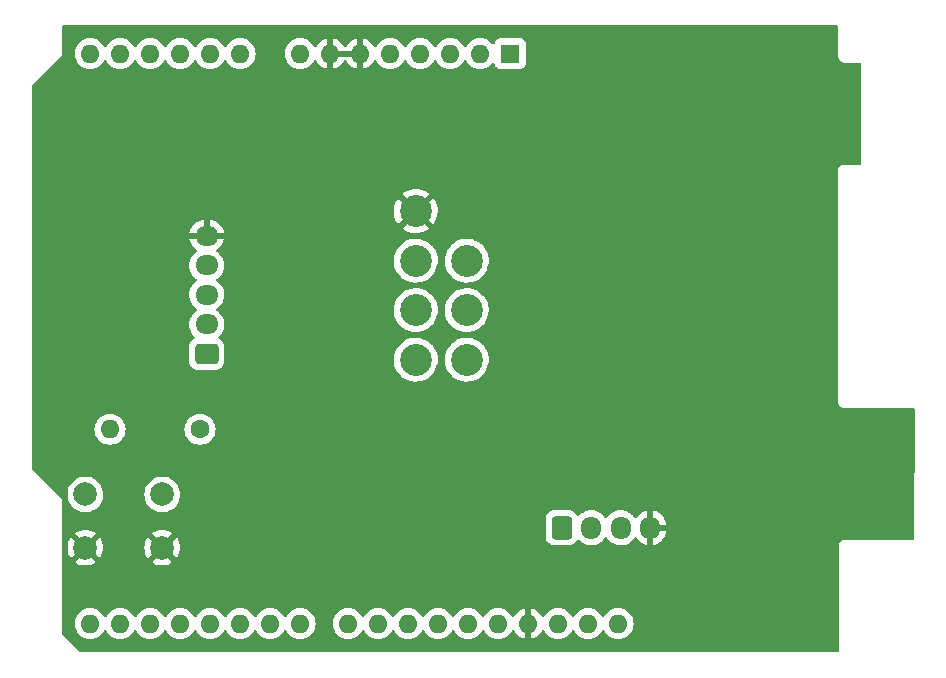
<source format=gbr>
%TF.GenerationSoftware,KiCad,Pcbnew,(6.0.6)*%
%TF.CreationDate,2022-11-26T18:27:24-08:00*%
%TF.ProjectId,AS-EXTN-UNO-01,41532d45-5854-44e2-9d55-4e4f2d30312e,rev?*%
%TF.SameCoordinates,Original*%
%TF.FileFunction,Copper,L2,Bot*%
%TF.FilePolarity,Positive*%
%FSLAX46Y46*%
G04 Gerber Fmt 4.6, Leading zero omitted, Abs format (unit mm)*
G04 Created by KiCad (PCBNEW (6.0.6)) date 2022-11-26 18:27:24*
%MOMM*%
%LPD*%
G01*
G04 APERTURE LIST*
G04 Aperture macros list*
%AMRoundRect*
0 Rectangle with rounded corners*
0 $1 Rounding radius*
0 $2 $3 $4 $5 $6 $7 $8 $9 X,Y pos of 4 corners*
0 Add a 4 corners polygon primitive as box body*
4,1,4,$2,$3,$4,$5,$6,$7,$8,$9,$2,$3,0*
0 Add four circle primitives for the rounded corners*
1,1,$1+$1,$2,$3*
1,1,$1+$1,$4,$5*
1,1,$1+$1,$6,$7*
1,1,$1+$1,$8,$9*
0 Add four rect primitives between the rounded corners*
20,1,$1+$1,$2,$3,$4,$5,0*
20,1,$1+$1,$4,$5,$6,$7,0*
20,1,$1+$1,$6,$7,$8,$9,0*
20,1,$1+$1,$8,$9,$2,$3,0*%
G04 Aperture macros list end*
%TA.AperFunction,ComponentPad*%
%ADD10C,2.000000*%
%TD*%
%TA.AperFunction,ComponentPad*%
%ADD11C,2.700000*%
%TD*%
%TA.AperFunction,ComponentPad*%
%ADD12C,1.600000*%
%TD*%
%TA.AperFunction,ComponentPad*%
%ADD13O,1.600000X1.600000*%
%TD*%
%TA.AperFunction,ComponentPad*%
%ADD14RoundRect,0.250000X0.725000X-0.600000X0.725000X0.600000X-0.725000X0.600000X-0.725000X-0.600000X0*%
%TD*%
%TA.AperFunction,ComponentPad*%
%ADD15O,1.950000X1.700000*%
%TD*%
%TA.AperFunction,ComponentPad*%
%ADD16RoundRect,0.250000X-0.600000X-0.725000X0.600000X-0.725000X0.600000X0.725000X-0.600000X0.725000X0*%
%TD*%
%TA.AperFunction,ComponentPad*%
%ADD17O,1.700000X1.950000*%
%TD*%
%TA.AperFunction,ComponentPad*%
%ADD18R,1.600000X1.600000*%
%TD*%
G04 APERTURE END LIST*
D10*
%TO.P,SW1,1,1*%
%TO.N,/HOME*%
X62051000Y-106893800D03*
X55551000Y-106893800D03*
%TO.P,SW1,2,2*%
%TO.N,GND*%
X55551000Y-111393800D03*
X62051000Y-111393800D03*
%TD*%
D11*
%TO.P,J1,1,GND*%
%TO.N,GND*%
X83523300Y-82901000D03*
%TO.P,J1,2,CLK*%
%TO.N,/CLK*%
X83523300Y-87092000D03*
%TO.P,J1,3,PS*%
%TO.N,/PS*%
X83523300Y-91283000D03*
%TO.P,J1,4,/DATA*%
%TO.N,/DATA*%
X83523300Y-95474000D03*
%TO.P,J1,5,/D4*%
%TO.N,unconnected-(J1-Pad5)*%
X87841300Y-95473600D03*
%TO.P,J1,6,/D3*%
%TO.N,unconnected-(J1-Pad6)*%
X87841300Y-91282600D03*
%TO.P,J1,7,VCC*%
%TO.N,VCC*%
X87841300Y-87091600D03*
%TD*%
D12*
%TO.P,R1,1*%
%TO.N,VCC*%
X65252600Y-101371400D03*
D13*
%TO.P,R1,2*%
%TO.N,/GC_N64_DATA*%
X57632600Y-101371400D03*
%TD*%
D14*
%TO.P,J2,1,Pin_1*%
%TO.N,VCC*%
X65819800Y-94992200D03*
D15*
%TO.P,J2,2,Pin_2*%
%TO.N,/DATA*%
X65819800Y-92492200D03*
%TO.P,J2,3,Pin_3*%
%TO.N,/PS*%
X65819800Y-89992200D03*
%TO.P,J2,4,Pin_4*%
%TO.N,/CLK*%
X65819800Y-87492200D03*
%TO.P,J2,5,Pin_5*%
%TO.N,GND*%
X65819800Y-84992200D03*
%TD*%
D16*
%TO.P,J3,1,Pin_1*%
%TO.N,VCC*%
X95868800Y-109711000D03*
D17*
%TO.P,J3,2,Pin_2*%
%TO.N,/SDA*%
X98368800Y-109711000D03*
%TO.P,J3,3,Pin_3*%
%TO.N,/SCL*%
X100868800Y-109711000D03*
%TO.P,J3,4,Pin_4*%
%TO.N,GND*%
X103368800Y-109711000D03*
%TD*%
D18*
%TO.P,A1,1,NC*%
%TO.N,unconnected-(A1-Pad1)*%
X91516200Y-69570600D03*
D13*
%TO.P,A1,2,IOREF*%
%TO.N,unconnected-(A1-Pad2)*%
X88976200Y-69570600D03*
%TO.P,A1,3,~{RESET}*%
%TO.N,unconnected-(A1-Pad3)*%
X86436200Y-69570600D03*
%TO.P,A1,4,3V3*%
%TO.N,unconnected-(A1-Pad4)*%
X83896200Y-69570600D03*
%TO.P,A1,5,+5V*%
%TO.N,VCC*%
X81356200Y-69570600D03*
%TO.P,A1,6,GND*%
%TO.N,GND*%
X78816200Y-69570600D03*
%TO.P,A1,7,GND*%
X76276200Y-69570600D03*
%TO.P,A1,8,VIN*%
%TO.N,unconnected-(A1-Pad8)*%
X73736200Y-69570600D03*
%TO.P,A1,9,A0*%
%TO.N,/CLK*%
X68656200Y-69570600D03*
%TO.P,A1,10,A1*%
%TO.N,/PS*%
X66116200Y-69570600D03*
%TO.P,A1,11,A2*%
%TO.N,/DATA*%
X63576200Y-69570600D03*
%TO.P,A1,12,A3*%
%TO.N,/GC_N64_DATA*%
X61036200Y-69570600D03*
%TO.P,A1,13,SDA/A4*%
%TO.N,unconnected-(A1-Pad13)*%
X58496200Y-69570600D03*
%TO.P,A1,14,SCL/A5*%
%TO.N,unconnected-(A1-Pad14)*%
X55956200Y-69570600D03*
%TO.P,A1,15,D0/RX*%
%TO.N,unconnected-(A1-Pad15)*%
X55956200Y-117830600D03*
%TO.P,A1,16,D1/TX*%
%TO.N,unconnected-(A1-Pad16)*%
X58496200Y-117830600D03*
%TO.P,A1,17,D2*%
%TO.N,/HOME*%
X61036200Y-117830600D03*
%TO.P,A1,18,D3*%
%TO.N,unconnected-(A1-Pad18)*%
X63576200Y-117830600D03*
%TO.P,A1,19,D4*%
%TO.N,unconnected-(A1-Pad19)*%
X66116200Y-117830600D03*
%TO.P,A1,20,D5*%
%TO.N,unconnected-(A1-Pad20)*%
X68656200Y-117830600D03*
%TO.P,A1,21,D6*%
%TO.N,unconnected-(A1-Pad21)*%
X71196200Y-117830600D03*
%TO.P,A1,22,D7*%
%TO.N,unconnected-(A1-Pad22)*%
X73736200Y-117830600D03*
%TO.P,A1,23,D8*%
%TO.N,unconnected-(A1-Pad23)*%
X77796200Y-117830600D03*
%TO.P,A1,24,D9*%
%TO.N,unconnected-(A1-Pad24)*%
X80336200Y-117830600D03*
%TO.P,A1,25,D10*%
%TO.N,unconnected-(A1-Pad25)*%
X82876200Y-117830600D03*
%TO.P,A1,26,D11*%
%TO.N,unconnected-(A1-Pad26)*%
X85416200Y-117830600D03*
%TO.P,A1,27,D12*%
%TO.N,unconnected-(A1-Pad27)*%
X87956200Y-117830600D03*
%TO.P,A1,28,D13*%
%TO.N,unconnected-(A1-Pad28)*%
X90496200Y-117830600D03*
%TO.P,A1,29,GND*%
%TO.N,GND*%
X93036200Y-117830600D03*
%TO.P,A1,30,AREF*%
%TO.N,unconnected-(A1-Pad30)*%
X95576200Y-117830600D03*
%TO.P,A1,31,SDA/A4*%
%TO.N,/SDA*%
X98116200Y-117830600D03*
%TO.P,A1,32,SCL/A5*%
%TO.N,/SCL*%
X100656200Y-117830600D03*
%TD*%
%TA.AperFunction,Conductor*%
%TO.N,GND*%
G36*
X119245421Y-67203502D02*
G01*
X119291914Y-67257158D01*
X119303300Y-67309500D01*
X119303300Y-69815977D01*
X119303298Y-69816747D01*
X119302824Y-69894321D01*
X119305291Y-69902952D01*
X119310950Y-69922753D01*
X119314528Y-69939515D01*
X119318720Y-69968787D01*
X119322434Y-69976955D01*
X119322434Y-69976956D01*
X119329348Y-69992162D01*
X119335796Y-70009686D01*
X119342851Y-70034371D01*
X119347643Y-70041965D01*
X119347644Y-70041968D01*
X119358630Y-70059380D01*
X119366769Y-70074463D01*
X119379008Y-70101382D01*
X119384869Y-70108184D01*
X119395770Y-70120835D01*
X119406873Y-70135839D01*
X119420576Y-70157558D01*
X119427301Y-70163497D01*
X119427304Y-70163501D01*
X119442738Y-70177132D01*
X119454782Y-70189324D01*
X119468227Y-70204927D01*
X119468230Y-70204929D01*
X119474087Y-70211727D01*
X119481616Y-70216607D01*
X119481617Y-70216608D01*
X119495635Y-70225694D01*
X119510509Y-70236985D01*
X119523017Y-70248031D01*
X119529751Y-70253978D01*
X119556511Y-70266542D01*
X119571491Y-70274863D01*
X119588783Y-70286071D01*
X119588788Y-70286073D01*
X119596315Y-70290952D01*
X119604908Y-70293522D01*
X119604913Y-70293524D01*
X119620920Y-70298311D01*
X119638364Y-70304972D01*
X119653476Y-70312067D01*
X119653478Y-70312068D01*
X119661600Y-70315881D01*
X119670467Y-70317262D01*
X119670468Y-70317262D01*
X119680110Y-70318763D01*
X119690817Y-70320430D01*
X119707532Y-70324213D01*
X119727266Y-70330115D01*
X119727272Y-70330116D01*
X119735866Y-70332686D01*
X119744837Y-70332741D01*
X119744838Y-70332741D01*
X119754897Y-70332802D01*
X119770306Y-70332896D01*
X119771089Y-70332929D01*
X119772186Y-70333100D01*
X119803177Y-70333100D01*
X119803947Y-70333102D01*
X119877585Y-70333552D01*
X119877586Y-70333552D01*
X119881521Y-70333576D01*
X119882865Y-70333192D01*
X119884210Y-70333100D01*
X121133100Y-70333100D01*
X121201221Y-70353102D01*
X121247714Y-70406758D01*
X121259100Y-70459100D01*
X121259100Y-78842100D01*
X121239098Y-78910221D01*
X121185442Y-78956714D01*
X121133100Y-78968100D01*
X119795023Y-78968100D01*
X119794253Y-78968098D01*
X119793437Y-78968093D01*
X119716679Y-78967624D01*
X119694318Y-78974015D01*
X119688247Y-78975750D01*
X119671485Y-78979328D01*
X119642213Y-78983520D01*
X119634045Y-78987234D01*
X119634044Y-78987234D01*
X119618838Y-78994148D01*
X119601314Y-79000596D01*
X119576629Y-79007651D01*
X119569035Y-79012443D01*
X119569032Y-79012444D01*
X119551620Y-79023430D01*
X119536537Y-79031569D01*
X119509618Y-79043808D01*
X119502816Y-79049669D01*
X119490165Y-79060570D01*
X119475161Y-79071673D01*
X119453442Y-79085376D01*
X119447503Y-79092101D01*
X119447499Y-79092104D01*
X119433868Y-79107538D01*
X119421676Y-79119582D01*
X119406073Y-79133027D01*
X119406071Y-79133030D01*
X119399273Y-79138887D01*
X119394393Y-79146416D01*
X119394392Y-79146417D01*
X119385306Y-79160435D01*
X119374015Y-79175309D01*
X119362969Y-79187817D01*
X119357022Y-79194551D01*
X119344458Y-79221311D01*
X119336137Y-79236291D01*
X119324929Y-79253583D01*
X119324927Y-79253588D01*
X119320048Y-79261115D01*
X119317478Y-79269708D01*
X119317476Y-79269713D01*
X119312689Y-79285720D01*
X119306028Y-79303164D01*
X119295119Y-79326400D01*
X119293738Y-79335267D01*
X119293738Y-79335268D01*
X119290570Y-79355615D01*
X119286787Y-79372332D01*
X119280885Y-79392066D01*
X119280884Y-79392072D01*
X119278314Y-79400666D01*
X119278259Y-79409637D01*
X119278259Y-79409638D01*
X119278104Y-79435097D01*
X119278071Y-79435889D01*
X119277900Y-79436986D01*
X119277900Y-79467977D01*
X119277898Y-79468747D01*
X119277424Y-79546321D01*
X119277808Y-79547665D01*
X119277900Y-79549010D01*
X119277900Y-99051377D01*
X119277898Y-99052147D01*
X119277424Y-99129721D01*
X119279891Y-99138352D01*
X119285550Y-99158153D01*
X119289128Y-99174915D01*
X119293320Y-99204187D01*
X119297034Y-99212355D01*
X119297034Y-99212356D01*
X119303948Y-99227562D01*
X119310396Y-99245086D01*
X119317451Y-99269771D01*
X119322243Y-99277365D01*
X119322244Y-99277368D01*
X119333230Y-99294780D01*
X119341369Y-99309863D01*
X119353608Y-99336782D01*
X119359469Y-99343584D01*
X119370370Y-99356235D01*
X119381473Y-99371239D01*
X119395176Y-99392958D01*
X119401901Y-99398897D01*
X119401904Y-99398901D01*
X119417338Y-99412532D01*
X119429382Y-99424724D01*
X119442827Y-99440327D01*
X119442830Y-99440329D01*
X119448687Y-99447127D01*
X119456216Y-99452007D01*
X119456217Y-99452008D01*
X119470235Y-99461094D01*
X119485109Y-99472385D01*
X119497617Y-99483431D01*
X119504351Y-99489378D01*
X119531111Y-99501942D01*
X119546091Y-99510263D01*
X119563383Y-99521471D01*
X119563388Y-99521473D01*
X119570915Y-99526352D01*
X119579508Y-99528922D01*
X119579513Y-99528924D01*
X119595520Y-99533711D01*
X119612964Y-99540372D01*
X119628076Y-99547467D01*
X119628078Y-99547468D01*
X119636200Y-99551281D01*
X119645067Y-99552662D01*
X119645068Y-99552662D01*
X119654710Y-99554163D01*
X119665417Y-99555830D01*
X119682132Y-99559613D01*
X119701866Y-99565515D01*
X119701872Y-99565516D01*
X119710466Y-99568086D01*
X119719437Y-99568141D01*
X119719438Y-99568141D01*
X119729497Y-99568202D01*
X119744906Y-99568296D01*
X119745689Y-99568329D01*
X119746786Y-99568500D01*
X119777777Y-99568500D01*
X119778547Y-99568502D01*
X119852185Y-99568952D01*
X119852186Y-99568952D01*
X119856121Y-99568976D01*
X119857465Y-99568592D01*
X119858810Y-99568500D01*
X125627577Y-99568500D01*
X125695698Y-99588502D01*
X125742191Y-99642158D01*
X125753577Y-99694763D01*
X125730849Y-110603610D01*
X125730820Y-110617763D01*
X125710676Y-110685841D01*
X125656923Y-110732222D01*
X125604820Y-110743500D01*
X119845823Y-110743500D01*
X119845053Y-110743498D01*
X119844237Y-110743493D01*
X119767479Y-110743024D01*
X119745118Y-110749415D01*
X119739047Y-110751150D01*
X119722285Y-110754728D01*
X119693013Y-110758920D01*
X119684845Y-110762634D01*
X119684844Y-110762634D01*
X119669638Y-110769548D01*
X119652114Y-110775996D01*
X119627429Y-110783051D01*
X119619835Y-110787843D01*
X119619832Y-110787844D01*
X119602420Y-110798830D01*
X119587337Y-110806969D01*
X119560418Y-110819208D01*
X119553616Y-110825069D01*
X119540965Y-110835970D01*
X119525961Y-110847073D01*
X119504242Y-110860776D01*
X119498303Y-110867501D01*
X119498299Y-110867504D01*
X119484668Y-110882938D01*
X119472476Y-110894982D01*
X119456873Y-110908427D01*
X119456871Y-110908430D01*
X119450073Y-110914287D01*
X119445193Y-110921816D01*
X119445192Y-110921817D01*
X119436106Y-110935835D01*
X119424815Y-110950709D01*
X119413769Y-110963217D01*
X119407822Y-110969951D01*
X119397873Y-110991141D01*
X119395258Y-110996711D01*
X119386937Y-111011691D01*
X119375729Y-111028983D01*
X119375727Y-111028988D01*
X119370848Y-111036515D01*
X119368278Y-111045108D01*
X119368276Y-111045113D01*
X119363489Y-111061120D01*
X119356828Y-111078564D01*
X119345919Y-111101800D01*
X119341549Y-111129868D01*
X119341370Y-111131015D01*
X119337587Y-111147732D01*
X119331685Y-111167466D01*
X119331684Y-111167472D01*
X119329114Y-111176066D01*
X119329059Y-111185037D01*
X119329059Y-111185038D01*
X119328904Y-111210497D01*
X119328871Y-111211289D01*
X119328700Y-111212386D01*
X119328700Y-111243377D01*
X119328698Y-111244147D01*
X119328224Y-111321721D01*
X119328608Y-111323065D01*
X119328700Y-111324410D01*
X119328700Y-120142500D01*
X119308698Y-120210621D01*
X119255042Y-120257114D01*
X119202700Y-120268500D01*
X55157324Y-120268500D01*
X55089203Y-120248498D01*
X55067017Y-120230367D01*
X53604793Y-118727525D01*
X53571624Y-118664752D01*
X53569100Y-118639658D01*
X53569100Y-117830600D01*
X54642702Y-117830600D01*
X54662657Y-118058687D01*
X54721916Y-118279843D01*
X54724239Y-118284824D01*
X54724239Y-118284825D01*
X54816351Y-118482362D01*
X54816354Y-118482367D01*
X54818677Y-118487349D01*
X54950002Y-118674900D01*
X55111900Y-118836798D01*
X55116408Y-118839955D01*
X55116411Y-118839957D01*
X55194589Y-118894698D01*
X55299451Y-118968123D01*
X55304433Y-118970446D01*
X55304438Y-118970449D01*
X55456996Y-119041587D01*
X55506957Y-119064884D01*
X55512265Y-119066306D01*
X55512267Y-119066307D01*
X55722798Y-119122719D01*
X55722800Y-119122719D01*
X55728113Y-119124143D01*
X55956200Y-119144098D01*
X56184287Y-119124143D01*
X56189600Y-119122719D01*
X56189602Y-119122719D01*
X56400133Y-119066307D01*
X56400135Y-119066306D01*
X56405443Y-119064884D01*
X56455404Y-119041587D01*
X56607962Y-118970449D01*
X56607967Y-118970446D01*
X56612949Y-118968123D01*
X56717811Y-118894698D01*
X56795989Y-118839957D01*
X56795992Y-118839955D01*
X56800500Y-118836798D01*
X56962398Y-118674900D01*
X57093723Y-118487349D01*
X57096046Y-118482367D01*
X57096049Y-118482362D01*
X57112005Y-118448143D01*
X57158922Y-118394858D01*
X57227199Y-118375397D01*
X57295159Y-118395939D01*
X57340395Y-118448143D01*
X57356351Y-118482362D01*
X57356354Y-118482367D01*
X57358677Y-118487349D01*
X57490002Y-118674900D01*
X57651900Y-118836798D01*
X57656408Y-118839955D01*
X57656411Y-118839957D01*
X57734589Y-118894698D01*
X57839451Y-118968123D01*
X57844433Y-118970446D01*
X57844438Y-118970449D01*
X57996996Y-119041587D01*
X58046957Y-119064884D01*
X58052265Y-119066306D01*
X58052267Y-119066307D01*
X58262798Y-119122719D01*
X58262800Y-119122719D01*
X58268113Y-119124143D01*
X58496200Y-119144098D01*
X58724287Y-119124143D01*
X58729600Y-119122719D01*
X58729602Y-119122719D01*
X58940133Y-119066307D01*
X58940135Y-119066306D01*
X58945443Y-119064884D01*
X58995404Y-119041587D01*
X59147962Y-118970449D01*
X59147967Y-118970446D01*
X59152949Y-118968123D01*
X59257811Y-118894698D01*
X59335989Y-118839957D01*
X59335992Y-118839955D01*
X59340500Y-118836798D01*
X59502398Y-118674900D01*
X59633723Y-118487349D01*
X59636046Y-118482367D01*
X59636049Y-118482362D01*
X59652005Y-118448143D01*
X59698922Y-118394858D01*
X59767199Y-118375397D01*
X59835159Y-118395939D01*
X59880395Y-118448143D01*
X59896351Y-118482362D01*
X59896354Y-118482367D01*
X59898677Y-118487349D01*
X60030002Y-118674900D01*
X60191900Y-118836798D01*
X60196408Y-118839955D01*
X60196411Y-118839957D01*
X60274589Y-118894698D01*
X60379451Y-118968123D01*
X60384433Y-118970446D01*
X60384438Y-118970449D01*
X60536996Y-119041587D01*
X60586957Y-119064884D01*
X60592265Y-119066306D01*
X60592267Y-119066307D01*
X60802798Y-119122719D01*
X60802800Y-119122719D01*
X60808113Y-119124143D01*
X61036200Y-119144098D01*
X61264287Y-119124143D01*
X61269600Y-119122719D01*
X61269602Y-119122719D01*
X61480133Y-119066307D01*
X61480135Y-119066306D01*
X61485443Y-119064884D01*
X61535404Y-119041587D01*
X61687962Y-118970449D01*
X61687967Y-118970446D01*
X61692949Y-118968123D01*
X61797811Y-118894698D01*
X61875989Y-118839957D01*
X61875992Y-118839955D01*
X61880500Y-118836798D01*
X62042398Y-118674900D01*
X62173723Y-118487349D01*
X62176046Y-118482367D01*
X62176049Y-118482362D01*
X62192005Y-118448143D01*
X62238922Y-118394858D01*
X62307199Y-118375397D01*
X62375159Y-118395939D01*
X62420395Y-118448143D01*
X62436351Y-118482362D01*
X62436354Y-118482367D01*
X62438677Y-118487349D01*
X62570002Y-118674900D01*
X62731900Y-118836798D01*
X62736408Y-118839955D01*
X62736411Y-118839957D01*
X62814589Y-118894698D01*
X62919451Y-118968123D01*
X62924433Y-118970446D01*
X62924438Y-118970449D01*
X63076996Y-119041587D01*
X63126957Y-119064884D01*
X63132265Y-119066306D01*
X63132267Y-119066307D01*
X63342798Y-119122719D01*
X63342800Y-119122719D01*
X63348113Y-119124143D01*
X63576200Y-119144098D01*
X63804287Y-119124143D01*
X63809600Y-119122719D01*
X63809602Y-119122719D01*
X64020133Y-119066307D01*
X64020135Y-119066306D01*
X64025443Y-119064884D01*
X64075404Y-119041587D01*
X64227962Y-118970449D01*
X64227967Y-118970446D01*
X64232949Y-118968123D01*
X64337811Y-118894698D01*
X64415989Y-118839957D01*
X64415992Y-118839955D01*
X64420500Y-118836798D01*
X64582398Y-118674900D01*
X64713723Y-118487349D01*
X64716046Y-118482367D01*
X64716049Y-118482362D01*
X64732005Y-118448143D01*
X64778922Y-118394858D01*
X64847199Y-118375397D01*
X64915159Y-118395939D01*
X64960395Y-118448143D01*
X64976351Y-118482362D01*
X64976354Y-118482367D01*
X64978677Y-118487349D01*
X65110002Y-118674900D01*
X65271900Y-118836798D01*
X65276408Y-118839955D01*
X65276411Y-118839957D01*
X65354589Y-118894698D01*
X65459451Y-118968123D01*
X65464433Y-118970446D01*
X65464438Y-118970449D01*
X65616996Y-119041587D01*
X65666957Y-119064884D01*
X65672265Y-119066306D01*
X65672267Y-119066307D01*
X65882798Y-119122719D01*
X65882800Y-119122719D01*
X65888113Y-119124143D01*
X66116200Y-119144098D01*
X66344287Y-119124143D01*
X66349600Y-119122719D01*
X66349602Y-119122719D01*
X66560133Y-119066307D01*
X66560135Y-119066306D01*
X66565443Y-119064884D01*
X66615404Y-119041587D01*
X66767962Y-118970449D01*
X66767967Y-118970446D01*
X66772949Y-118968123D01*
X66877811Y-118894698D01*
X66955989Y-118839957D01*
X66955992Y-118839955D01*
X66960500Y-118836798D01*
X67122398Y-118674900D01*
X67253723Y-118487349D01*
X67256046Y-118482367D01*
X67256049Y-118482362D01*
X67272005Y-118448143D01*
X67318922Y-118394858D01*
X67387199Y-118375397D01*
X67455159Y-118395939D01*
X67500395Y-118448143D01*
X67516351Y-118482362D01*
X67516354Y-118482367D01*
X67518677Y-118487349D01*
X67650002Y-118674900D01*
X67811900Y-118836798D01*
X67816408Y-118839955D01*
X67816411Y-118839957D01*
X67894589Y-118894698D01*
X67999451Y-118968123D01*
X68004433Y-118970446D01*
X68004438Y-118970449D01*
X68156996Y-119041587D01*
X68206957Y-119064884D01*
X68212265Y-119066306D01*
X68212267Y-119066307D01*
X68422798Y-119122719D01*
X68422800Y-119122719D01*
X68428113Y-119124143D01*
X68656200Y-119144098D01*
X68884287Y-119124143D01*
X68889600Y-119122719D01*
X68889602Y-119122719D01*
X69100133Y-119066307D01*
X69100135Y-119066306D01*
X69105443Y-119064884D01*
X69155404Y-119041587D01*
X69307962Y-118970449D01*
X69307967Y-118970446D01*
X69312949Y-118968123D01*
X69417811Y-118894698D01*
X69495989Y-118839957D01*
X69495992Y-118839955D01*
X69500500Y-118836798D01*
X69662398Y-118674900D01*
X69793723Y-118487349D01*
X69796046Y-118482367D01*
X69796049Y-118482362D01*
X69812005Y-118448143D01*
X69858922Y-118394858D01*
X69927199Y-118375397D01*
X69995159Y-118395939D01*
X70040395Y-118448143D01*
X70056351Y-118482362D01*
X70056354Y-118482367D01*
X70058677Y-118487349D01*
X70190002Y-118674900D01*
X70351900Y-118836798D01*
X70356408Y-118839955D01*
X70356411Y-118839957D01*
X70434589Y-118894698D01*
X70539451Y-118968123D01*
X70544433Y-118970446D01*
X70544438Y-118970449D01*
X70696996Y-119041587D01*
X70746957Y-119064884D01*
X70752265Y-119066306D01*
X70752267Y-119066307D01*
X70962798Y-119122719D01*
X70962800Y-119122719D01*
X70968113Y-119124143D01*
X71196200Y-119144098D01*
X71424287Y-119124143D01*
X71429600Y-119122719D01*
X71429602Y-119122719D01*
X71640133Y-119066307D01*
X71640135Y-119066306D01*
X71645443Y-119064884D01*
X71695404Y-119041587D01*
X71847962Y-118970449D01*
X71847967Y-118970446D01*
X71852949Y-118968123D01*
X71957811Y-118894698D01*
X72035989Y-118839957D01*
X72035992Y-118839955D01*
X72040500Y-118836798D01*
X72202398Y-118674900D01*
X72333723Y-118487349D01*
X72336046Y-118482367D01*
X72336049Y-118482362D01*
X72352005Y-118448143D01*
X72398922Y-118394858D01*
X72467199Y-118375397D01*
X72535159Y-118395939D01*
X72580395Y-118448143D01*
X72596351Y-118482362D01*
X72596354Y-118482367D01*
X72598677Y-118487349D01*
X72730002Y-118674900D01*
X72891900Y-118836798D01*
X72896408Y-118839955D01*
X72896411Y-118839957D01*
X72974589Y-118894698D01*
X73079451Y-118968123D01*
X73084433Y-118970446D01*
X73084438Y-118970449D01*
X73236996Y-119041587D01*
X73286957Y-119064884D01*
X73292265Y-119066306D01*
X73292267Y-119066307D01*
X73502798Y-119122719D01*
X73502800Y-119122719D01*
X73508113Y-119124143D01*
X73736200Y-119144098D01*
X73964287Y-119124143D01*
X73969600Y-119122719D01*
X73969602Y-119122719D01*
X74180133Y-119066307D01*
X74180135Y-119066306D01*
X74185443Y-119064884D01*
X74235404Y-119041587D01*
X74387962Y-118970449D01*
X74387967Y-118970446D01*
X74392949Y-118968123D01*
X74497811Y-118894698D01*
X74575989Y-118839957D01*
X74575992Y-118839955D01*
X74580500Y-118836798D01*
X74742398Y-118674900D01*
X74873723Y-118487349D01*
X74876046Y-118482367D01*
X74876049Y-118482362D01*
X74968161Y-118284825D01*
X74968161Y-118284824D01*
X74970484Y-118279843D01*
X75029743Y-118058687D01*
X75049698Y-117830600D01*
X76482702Y-117830600D01*
X76502657Y-118058687D01*
X76561916Y-118279843D01*
X76564239Y-118284824D01*
X76564239Y-118284825D01*
X76656351Y-118482362D01*
X76656354Y-118482367D01*
X76658677Y-118487349D01*
X76790002Y-118674900D01*
X76951900Y-118836798D01*
X76956408Y-118839955D01*
X76956411Y-118839957D01*
X77034589Y-118894698D01*
X77139451Y-118968123D01*
X77144433Y-118970446D01*
X77144438Y-118970449D01*
X77296996Y-119041587D01*
X77346957Y-119064884D01*
X77352265Y-119066306D01*
X77352267Y-119066307D01*
X77562798Y-119122719D01*
X77562800Y-119122719D01*
X77568113Y-119124143D01*
X77796200Y-119144098D01*
X78024287Y-119124143D01*
X78029600Y-119122719D01*
X78029602Y-119122719D01*
X78240133Y-119066307D01*
X78240135Y-119066306D01*
X78245443Y-119064884D01*
X78295404Y-119041587D01*
X78447962Y-118970449D01*
X78447967Y-118970446D01*
X78452949Y-118968123D01*
X78557811Y-118894698D01*
X78635989Y-118839957D01*
X78635992Y-118839955D01*
X78640500Y-118836798D01*
X78802398Y-118674900D01*
X78933723Y-118487349D01*
X78936046Y-118482367D01*
X78936049Y-118482362D01*
X78952005Y-118448143D01*
X78998922Y-118394858D01*
X79067199Y-118375397D01*
X79135159Y-118395939D01*
X79180395Y-118448143D01*
X79196351Y-118482362D01*
X79196354Y-118482367D01*
X79198677Y-118487349D01*
X79330002Y-118674900D01*
X79491900Y-118836798D01*
X79496408Y-118839955D01*
X79496411Y-118839957D01*
X79574589Y-118894698D01*
X79679451Y-118968123D01*
X79684433Y-118970446D01*
X79684438Y-118970449D01*
X79836996Y-119041587D01*
X79886957Y-119064884D01*
X79892265Y-119066306D01*
X79892267Y-119066307D01*
X80102798Y-119122719D01*
X80102800Y-119122719D01*
X80108113Y-119124143D01*
X80336200Y-119144098D01*
X80564287Y-119124143D01*
X80569600Y-119122719D01*
X80569602Y-119122719D01*
X80780133Y-119066307D01*
X80780135Y-119066306D01*
X80785443Y-119064884D01*
X80835404Y-119041587D01*
X80987962Y-118970449D01*
X80987967Y-118970446D01*
X80992949Y-118968123D01*
X81097811Y-118894698D01*
X81175989Y-118839957D01*
X81175992Y-118839955D01*
X81180500Y-118836798D01*
X81342398Y-118674900D01*
X81473723Y-118487349D01*
X81476046Y-118482367D01*
X81476049Y-118482362D01*
X81492005Y-118448143D01*
X81538922Y-118394858D01*
X81607199Y-118375397D01*
X81675159Y-118395939D01*
X81720395Y-118448143D01*
X81736351Y-118482362D01*
X81736354Y-118482367D01*
X81738677Y-118487349D01*
X81870002Y-118674900D01*
X82031900Y-118836798D01*
X82036408Y-118839955D01*
X82036411Y-118839957D01*
X82114589Y-118894698D01*
X82219451Y-118968123D01*
X82224433Y-118970446D01*
X82224438Y-118970449D01*
X82376996Y-119041587D01*
X82426957Y-119064884D01*
X82432265Y-119066306D01*
X82432267Y-119066307D01*
X82642798Y-119122719D01*
X82642800Y-119122719D01*
X82648113Y-119124143D01*
X82876200Y-119144098D01*
X83104287Y-119124143D01*
X83109600Y-119122719D01*
X83109602Y-119122719D01*
X83320133Y-119066307D01*
X83320135Y-119066306D01*
X83325443Y-119064884D01*
X83375404Y-119041587D01*
X83527962Y-118970449D01*
X83527967Y-118970446D01*
X83532949Y-118968123D01*
X83637811Y-118894698D01*
X83715989Y-118839957D01*
X83715992Y-118839955D01*
X83720500Y-118836798D01*
X83882398Y-118674900D01*
X84013723Y-118487349D01*
X84016046Y-118482367D01*
X84016049Y-118482362D01*
X84032005Y-118448143D01*
X84078922Y-118394858D01*
X84147199Y-118375397D01*
X84215159Y-118395939D01*
X84260395Y-118448143D01*
X84276351Y-118482362D01*
X84276354Y-118482367D01*
X84278677Y-118487349D01*
X84410002Y-118674900D01*
X84571900Y-118836798D01*
X84576408Y-118839955D01*
X84576411Y-118839957D01*
X84654589Y-118894698D01*
X84759451Y-118968123D01*
X84764433Y-118970446D01*
X84764438Y-118970449D01*
X84916996Y-119041587D01*
X84966957Y-119064884D01*
X84972265Y-119066306D01*
X84972267Y-119066307D01*
X85182798Y-119122719D01*
X85182800Y-119122719D01*
X85188113Y-119124143D01*
X85416200Y-119144098D01*
X85644287Y-119124143D01*
X85649600Y-119122719D01*
X85649602Y-119122719D01*
X85860133Y-119066307D01*
X85860135Y-119066306D01*
X85865443Y-119064884D01*
X85915404Y-119041587D01*
X86067962Y-118970449D01*
X86067967Y-118970446D01*
X86072949Y-118968123D01*
X86177811Y-118894698D01*
X86255989Y-118839957D01*
X86255992Y-118839955D01*
X86260500Y-118836798D01*
X86422398Y-118674900D01*
X86553723Y-118487349D01*
X86556046Y-118482367D01*
X86556049Y-118482362D01*
X86572005Y-118448143D01*
X86618922Y-118394858D01*
X86687199Y-118375397D01*
X86755159Y-118395939D01*
X86800395Y-118448143D01*
X86816351Y-118482362D01*
X86816354Y-118482367D01*
X86818677Y-118487349D01*
X86950002Y-118674900D01*
X87111900Y-118836798D01*
X87116408Y-118839955D01*
X87116411Y-118839957D01*
X87194589Y-118894698D01*
X87299451Y-118968123D01*
X87304433Y-118970446D01*
X87304438Y-118970449D01*
X87456996Y-119041587D01*
X87506957Y-119064884D01*
X87512265Y-119066306D01*
X87512267Y-119066307D01*
X87722798Y-119122719D01*
X87722800Y-119122719D01*
X87728113Y-119124143D01*
X87956200Y-119144098D01*
X88184287Y-119124143D01*
X88189600Y-119122719D01*
X88189602Y-119122719D01*
X88400133Y-119066307D01*
X88400135Y-119066306D01*
X88405443Y-119064884D01*
X88455404Y-119041587D01*
X88607962Y-118970449D01*
X88607967Y-118970446D01*
X88612949Y-118968123D01*
X88717811Y-118894698D01*
X88795989Y-118839957D01*
X88795992Y-118839955D01*
X88800500Y-118836798D01*
X88962398Y-118674900D01*
X89093723Y-118487349D01*
X89096046Y-118482367D01*
X89096049Y-118482362D01*
X89112005Y-118448143D01*
X89158922Y-118394858D01*
X89227199Y-118375397D01*
X89295159Y-118395939D01*
X89340395Y-118448143D01*
X89356351Y-118482362D01*
X89356354Y-118482367D01*
X89358677Y-118487349D01*
X89490002Y-118674900D01*
X89651900Y-118836798D01*
X89656408Y-118839955D01*
X89656411Y-118839957D01*
X89734589Y-118894698D01*
X89839451Y-118968123D01*
X89844433Y-118970446D01*
X89844438Y-118970449D01*
X89996996Y-119041587D01*
X90046957Y-119064884D01*
X90052265Y-119066306D01*
X90052267Y-119066307D01*
X90262798Y-119122719D01*
X90262800Y-119122719D01*
X90268113Y-119124143D01*
X90496200Y-119144098D01*
X90724287Y-119124143D01*
X90729600Y-119122719D01*
X90729602Y-119122719D01*
X90940133Y-119066307D01*
X90940135Y-119066306D01*
X90945443Y-119064884D01*
X90995404Y-119041587D01*
X91147962Y-118970449D01*
X91147967Y-118970446D01*
X91152949Y-118968123D01*
X91257811Y-118894698D01*
X91335989Y-118839957D01*
X91335992Y-118839955D01*
X91340500Y-118836798D01*
X91502398Y-118674900D01*
X91633723Y-118487349D01*
X91636046Y-118482367D01*
X91636049Y-118482362D01*
X91652281Y-118447551D01*
X91699198Y-118394266D01*
X91767475Y-118374805D01*
X91835435Y-118395347D01*
X91880671Y-118447551D01*
X91896786Y-118482111D01*
X91902269Y-118491607D01*
X92027228Y-118670067D01*
X92034284Y-118678475D01*
X92188325Y-118832516D01*
X92196733Y-118839572D01*
X92375193Y-118964531D01*
X92384689Y-118970014D01*
X92582147Y-119062090D01*
X92592439Y-119065836D01*
X92764703Y-119111994D01*
X92778799Y-119111658D01*
X92782200Y-119103716D01*
X92782200Y-119098567D01*
X93290200Y-119098567D01*
X93294173Y-119112098D01*
X93302722Y-119113327D01*
X93479961Y-119065836D01*
X93490253Y-119062090D01*
X93687711Y-118970014D01*
X93697207Y-118964531D01*
X93875667Y-118839572D01*
X93884075Y-118832516D01*
X94038116Y-118678475D01*
X94045172Y-118670067D01*
X94170131Y-118491607D01*
X94175614Y-118482111D01*
X94191729Y-118447551D01*
X94238646Y-118394266D01*
X94306923Y-118374805D01*
X94374883Y-118395347D01*
X94420119Y-118447551D01*
X94436351Y-118482362D01*
X94436354Y-118482367D01*
X94438677Y-118487349D01*
X94570002Y-118674900D01*
X94731900Y-118836798D01*
X94736408Y-118839955D01*
X94736411Y-118839957D01*
X94814589Y-118894698D01*
X94919451Y-118968123D01*
X94924433Y-118970446D01*
X94924438Y-118970449D01*
X95076996Y-119041587D01*
X95126957Y-119064884D01*
X95132265Y-119066306D01*
X95132267Y-119066307D01*
X95342798Y-119122719D01*
X95342800Y-119122719D01*
X95348113Y-119124143D01*
X95576200Y-119144098D01*
X95804287Y-119124143D01*
X95809600Y-119122719D01*
X95809602Y-119122719D01*
X96020133Y-119066307D01*
X96020135Y-119066306D01*
X96025443Y-119064884D01*
X96075404Y-119041587D01*
X96227962Y-118970449D01*
X96227967Y-118970446D01*
X96232949Y-118968123D01*
X96337811Y-118894698D01*
X96415989Y-118839957D01*
X96415992Y-118839955D01*
X96420500Y-118836798D01*
X96582398Y-118674900D01*
X96713723Y-118487349D01*
X96716046Y-118482367D01*
X96716049Y-118482362D01*
X96732005Y-118448143D01*
X96778922Y-118394858D01*
X96847199Y-118375397D01*
X96915159Y-118395939D01*
X96960395Y-118448143D01*
X96976351Y-118482362D01*
X96976354Y-118482367D01*
X96978677Y-118487349D01*
X97110002Y-118674900D01*
X97271900Y-118836798D01*
X97276408Y-118839955D01*
X97276411Y-118839957D01*
X97354589Y-118894698D01*
X97459451Y-118968123D01*
X97464433Y-118970446D01*
X97464438Y-118970449D01*
X97616996Y-119041587D01*
X97666957Y-119064884D01*
X97672265Y-119066306D01*
X97672267Y-119066307D01*
X97882798Y-119122719D01*
X97882800Y-119122719D01*
X97888113Y-119124143D01*
X98116200Y-119144098D01*
X98344287Y-119124143D01*
X98349600Y-119122719D01*
X98349602Y-119122719D01*
X98560133Y-119066307D01*
X98560135Y-119066306D01*
X98565443Y-119064884D01*
X98615404Y-119041587D01*
X98767962Y-118970449D01*
X98767967Y-118970446D01*
X98772949Y-118968123D01*
X98877811Y-118894698D01*
X98955989Y-118839957D01*
X98955992Y-118839955D01*
X98960500Y-118836798D01*
X99122398Y-118674900D01*
X99253723Y-118487349D01*
X99256046Y-118482367D01*
X99256049Y-118482362D01*
X99272005Y-118448143D01*
X99318922Y-118394858D01*
X99387199Y-118375397D01*
X99455159Y-118395939D01*
X99500395Y-118448143D01*
X99516351Y-118482362D01*
X99516354Y-118482367D01*
X99518677Y-118487349D01*
X99650002Y-118674900D01*
X99811900Y-118836798D01*
X99816408Y-118839955D01*
X99816411Y-118839957D01*
X99894589Y-118894698D01*
X99999451Y-118968123D01*
X100004433Y-118970446D01*
X100004438Y-118970449D01*
X100156996Y-119041587D01*
X100206957Y-119064884D01*
X100212265Y-119066306D01*
X100212267Y-119066307D01*
X100422798Y-119122719D01*
X100422800Y-119122719D01*
X100428113Y-119124143D01*
X100656200Y-119144098D01*
X100884287Y-119124143D01*
X100889600Y-119122719D01*
X100889602Y-119122719D01*
X101100133Y-119066307D01*
X101100135Y-119066306D01*
X101105443Y-119064884D01*
X101155404Y-119041587D01*
X101307962Y-118970449D01*
X101307967Y-118970446D01*
X101312949Y-118968123D01*
X101417811Y-118894698D01*
X101495989Y-118839957D01*
X101495992Y-118839955D01*
X101500500Y-118836798D01*
X101662398Y-118674900D01*
X101793723Y-118487349D01*
X101796046Y-118482367D01*
X101796049Y-118482362D01*
X101888161Y-118284825D01*
X101888161Y-118284824D01*
X101890484Y-118279843D01*
X101949743Y-118058687D01*
X101969698Y-117830600D01*
X101949743Y-117602513D01*
X101890484Y-117381357D01*
X101796166Y-117179089D01*
X101796049Y-117178838D01*
X101796046Y-117178833D01*
X101793723Y-117173851D01*
X101662398Y-116986300D01*
X101500500Y-116824402D01*
X101495992Y-116821245D01*
X101495989Y-116821243D01*
X101417811Y-116766502D01*
X101312949Y-116693077D01*
X101307967Y-116690754D01*
X101307962Y-116690751D01*
X101110425Y-116598639D01*
X101110424Y-116598639D01*
X101105443Y-116596316D01*
X101100135Y-116594894D01*
X101100133Y-116594893D01*
X100889602Y-116538481D01*
X100889600Y-116538481D01*
X100884287Y-116537057D01*
X100656200Y-116517102D01*
X100428113Y-116537057D01*
X100422800Y-116538481D01*
X100422798Y-116538481D01*
X100212267Y-116594893D01*
X100212265Y-116594894D01*
X100206957Y-116596316D01*
X100201976Y-116598639D01*
X100201975Y-116598639D01*
X100004438Y-116690751D01*
X100004433Y-116690754D01*
X99999451Y-116693077D01*
X99894589Y-116766502D01*
X99816411Y-116821243D01*
X99816408Y-116821245D01*
X99811900Y-116824402D01*
X99650002Y-116986300D01*
X99518677Y-117173851D01*
X99516354Y-117178833D01*
X99516351Y-117178838D01*
X99500395Y-117213057D01*
X99453478Y-117266342D01*
X99385201Y-117285803D01*
X99317241Y-117265261D01*
X99272005Y-117213057D01*
X99256049Y-117178838D01*
X99256046Y-117178833D01*
X99253723Y-117173851D01*
X99122398Y-116986300D01*
X98960500Y-116824402D01*
X98955992Y-116821245D01*
X98955989Y-116821243D01*
X98877811Y-116766502D01*
X98772949Y-116693077D01*
X98767967Y-116690754D01*
X98767962Y-116690751D01*
X98570425Y-116598639D01*
X98570424Y-116598639D01*
X98565443Y-116596316D01*
X98560135Y-116594894D01*
X98560133Y-116594893D01*
X98349602Y-116538481D01*
X98349600Y-116538481D01*
X98344287Y-116537057D01*
X98116200Y-116517102D01*
X97888113Y-116537057D01*
X97882800Y-116538481D01*
X97882798Y-116538481D01*
X97672267Y-116594893D01*
X97672265Y-116594894D01*
X97666957Y-116596316D01*
X97661976Y-116598639D01*
X97661975Y-116598639D01*
X97464438Y-116690751D01*
X97464433Y-116690754D01*
X97459451Y-116693077D01*
X97354589Y-116766502D01*
X97276411Y-116821243D01*
X97276408Y-116821245D01*
X97271900Y-116824402D01*
X97110002Y-116986300D01*
X96978677Y-117173851D01*
X96976354Y-117178833D01*
X96976351Y-117178838D01*
X96960395Y-117213057D01*
X96913478Y-117266342D01*
X96845201Y-117285803D01*
X96777241Y-117265261D01*
X96732005Y-117213057D01*
X96716049Y-117178838D01*
X96716046Y-117178833D01*
X96713723Y-117173851D01*
X96582398Y-116986300D01*
X96420500Y-116824402D01*
X96415992Y-116821245D01*
X96415989Y-116821243D01*
X96337811Y-116766502D01*
X96232949Y-116693077D01*
X96227967Y-116690754D01*
X96227962Y-116690751D01*
X96030425Y-116598639D01*
X96030424Y-116598639D01*
X96025443Y-116596316D01*
X96020135Y-116594894D01*
X96020133Y-116594893D01*
X95809602Y-116538481D01*
X95809600Y-116538481D01*
X95804287Y-116537057D01*
X95576200Y-116517102D01*
X95348113Y-116537057D01*
X95342800Y-116538481D01*
X95342798Y-116538481D01*
X95132267Y-116594893D01*
X95132265Y-116594894D01*
X95126957Y-116596316D01*
X95121976Y-116598639D01*
X95121975Y-116598639D01*
X94924438Y-116690751D01*
X94924433Y-116690754D01*
X94919451Y-116693077D01*
X94814589Y-116766502D01*
X94736411Y-116821243D01*
X94736408Y-116821245D01*
X94731900Y-116824402D01*
X94570002Y-116986300D01*
X94438677Y-117173851D01*
X94436354Y-117178833D01*
X94436351Y-117178838D01*
X94420119Y-117213649D01*
X94373202Y-117266934D01*
X94304925Y-117286395D01*
X94236965Y-117265853D01*
X94191729Y-117213649D01*
X94175614Y-117179089D01*
X94170131Y-117169593D01*
X94045172Y-116991133D01*
X94038116Y-116982725D01*
X93884075Y-116828684D01*
X93875667Y-116821628D01*
X93697207Y-116696669D01*
X93687711Y-116691186D01*
X93490253Y-116599110D01*
X93479961Y-116595364D01*
X93307697Y-116549206D01*
X93293601Y-116549542D01*
X93290200Y-116557484D01*
X93290200Y-119098567D01*
X92782200Y-119098567D01*
X92782200Y-116562633D01*
X92778227Y-116549102D01*
X92769678Y-116547873D01*
X92592439Y-116595364D01*
X92582147Y-116599110D01*
X92384689Y-116691186D01*
X92375193Y-116696669D01*
X92196733Y-116821628D01*
X92188325Y-116828684D01*
X92034284Y-116982725D01*
X92027228Y-116991133D01*
X91902269Y-117169593D01*
X91896786Y-117179089D01*
X91880671Y-117213649D01*
X91833754Y-117266934D01*
X91765477Y-117286395D01*
X91697517Y-117265853D01*
X91652281Y-117213649D01*
X91636049Y-117178838D01*
X91636046Y-117178833D01*
X91633723Y-117173851D01*
X91502398Y-116986300D01*
X91340500Y-116824402D01*
X91335992Y-116821245D01*
X91335989Y-116821243D01*
X91257811Y-116766502D01*
X91152949Y-116693077D01*
X91147967Y-116690754D01*
X91147962Y-116690751D01*
X90950425Y-116598639D01*
X90950424Y-116598639D01*
X90945443Y-116596316D01*
X90940135Y-116594894D01*
X90940133Y-116594893D01*
X90729602Y-116538481D01*
X90729600Y-116538481D01*
X90724287Y-116537057D01*
X90496200Y-116517102D01*
X90268113Y-116537057D01*
X90262800Y-116538481D01*
X90262798Y-116538481D01*
X90052267Y-116594893D01*
X90052265Y-116594894D01*
X90046957Y-116596316D01*
X90041976Y-116598639D01*
X90041975Y-116598639D01*
X89844438Y-116690751D01*
X89844433Y-116690754D01*
X89839451Y-116693077D01*
X89734589Y-116766502D01*
X89656411Y-116821243D01*
X89656408Y-116821245D01*
X89651900Y-116824402D01*
X89490002Y-116986300D01*
X89358677Y-117173851D01*
X89356354Y-117178833D01*
X89356351Y-117178838D01*
X89340395Y-117213057D01*
X89293478Y-117266342D01*
X89225201Y-117285803D01*
X89157241Y-117265261D01*
X89112005Y-117213057D01*
X89096049Y-117178838D01*
X89096046Y-117178833D01*
X89093723Y-117173851D01*
X88962398Y-116986300D01*
X88800500Y-116824402D01*
X88795992Y-116821245D01*
X88795989Y-116821243D01*
X88717811Y-116766502D01*
X88612949Y-116693077D01*
X88607967Y-116690754D01*
X88607962Y-116690751D01*
X88410425Y-116598639D01*
X88410424Y-116598639D01*
X88405443Y-116596316D01*
X88400135Y-116594894D01*
X88400133Y-116594893D01*
X88189602Y-116538481D01*
X88189600Y-116538481D01*
X88184287Y-116537057D01*
X87956200Y-116517102D01*
X87728113Y-116537057D01*
X87722800Y-116538481D01*
X87722798Y-116538481D01*
X87512267Y-116594893D01*
X87512265Y-116594894D01*
X87506957Y-116596316D01*
X87501976Y-116598639D01*
X87501975Y-116598639D01*
X87304438Y-116690751D01*
X87304433Y-116690754D01*
X87299451Y-116693077D01*
X87194589Y-116766502D01*
X87116411Y-116821243D01*
X87116408Y-116821245D01*
X87111900Y-116824402D01*
X86950002Y-116986300D01*
X86818677Y-117173851D01*
X86816354Y-117178833D01*
X86816351Y-117178838D01*
X86800395Y-117213057D01*
X86753478Y-117266342D01*
X86685201Y-117285803D01*
X86617241Y-117265261D01*
X86572005Y-117213057D01*
X86556049Y-117178838D01*
X86556046Y-117178833D01*
X86553723Y-117173851D01*
X86422398Y-116986300D01*
X86260500Y-116824402D01*
X86255992Y-116821245D01*
X86255989Y-116821243D01*
X86177811Y-116766502D01*
X86072949Y-116693077D01*
X86067967Y-116690754D01*
X86067962Y-116690751D01*
X85870425Y-116598639D01*
X85870424Y-116598639D01*
X85865443Y-116596316D01*
X85860135Y-116594894D01*
X85860133Y-116594893D01*
X85649602Y-116538481D01*
X85649600Y-116538481D01*
X85644287Y-116537057D01*
X85416200Y-116517102D01*
X85188113Y-116537057D01*
X85182800Y-116538481D01*
X85182798Y-116538481D01*
X84972267Y-116594893D01*
X84972265Y-116594894D01*
X84966957Y-116596316D01*
X84961976Y-116598639D01*
X84961975Y-116598639D01*
X84764438Y-116690751D01*
X84764433Y-116690754D01*
X84759451Y-116693077D01*
X84654589Y-116766502D01*
X84576411Y-116821243D01*
X84576408Y-116821245D01*
X84571900Y-116824402D01*
X84410002Y-116986300D01*
X84278677Y-117173851D01*
X84276354Y-117178833D01*
X84276351Y-117178838D01*
X84260395Y-117213057D01*
X84213478Y-117266342D01*
X84145201Y-117285803D01*
X84077241Y-117265261D01*
X84032005Y-117213057D01*
X84016049Y-117178838D01*
X84016046Y-117178833D01*
X84013723Y-117173851D01*
X83882398Y-116986300D01*
X83720500Y-116824402D01*
X83715992Y-116821245D01*
X83715989Y-116821243D01*
X83637811Y-116766502D01*
X83532949Y-116693077D01*
X83527967Y-116690754D01*
X83527962Y-116690751D01*
X83330425Y-116598639D01*
X83330424Y-116598639D01*
X83325443Y-116596316D01*
X83320135Y-116594894D01*
X83320133Y-116594893D01*
X83109602Y-116538481D01*
X83109600Y-116538481D01*
X83104287Y-116537057D01*
X82876200Y-116517102D01*
X82648113Y-116537057D01*
X82642800Y-116538481D01*
X82642798Y-116538481D01*
X82432267Y-116594893D01*
X82432265Y-116594894D01*
X82426957Y-116596316D01*
X82421976Y-116598639D01*
X82421975Y-116598639D01*
X82224438Y-116690751D01*
X82224433Y-116690754D01*
X82219451Y-116693077D01*
X82114589Y-116766502D01*
X82036411Y-116821243D01*
X82036408Y-116821245D01*
X82031900Y-116824402D01*
X81870002Y-116986300D01*
X81738677Y-117173851D01*
X81736354Y-117178833D01*
X81736351Y-117178838D01*
X81720395Y-117213057D01*
X81673478Y-117266342D01*
X81605201Y-117285803D01*
X81537241Y-117265261D01*
X81492005Y-117213057D01*
X81476049Y-117178838D01*
X81476046Y-117178833D01*
X81473723Y-117173851D01*
X81342398Y-116986300D01*
X81180500Y-116824402D01*
X81175992Y-116821245D01*
X81175989Y-116821243D01*
X81097811Y-116766502D01*
X80992949Y-116693077D01*
X80987967Y-116690754D01*
X80987962Y-116690751D01*
X80790425Y-116598639D01*
X80790424Y-116598639D01*
X80785443Y-116596316D01*
X80780135Y-116594894D01*
X80780133Y-116594893D01*
X80569602Y-116538481D01*
X80569600Y-116538481D01*
X80564287Y-116537057D01*
X80336200Y-116517102D01*
X80108113Y-116537057D01*
X80102800Y-116538481D01*
X80102798Y-116538481D01*
X79892267Y-116594893D01*
X79892265Y-116594894D01*
X79886957Y-116596316D01*
X79881976Y-116598639D01*
X79881975Y-116598639D01*
X79684438Y-116690751D01*
X79684433Y-116690754D01*
X79679451Y-116693077D01*
X79574589Y-116766502D01*
X79496411Y-116821243D01*
X79496408Y-116821245D01*
X79491900Y-116824402D01*
X79330002Y-116986300D01*
X79198677Y-117173851D01*
X79196354Y-117178833D01*
X79196351Y-117178838D01*
X79180395Y-117213057D01*
X79133478Y-117266342D01*
X79065201Y-117285803D01*
X78997241Y-117265261D01*
X78952005Y-117213057D01*
X78936049Y-117178838D01*
X78936046Y-117178833D01*
X78933723Y-117173851D01*
X78802398Y-116986300D01*
X78640500Y-116824402D01*
X78635992Y-116821245D01*
X78635989Y-116821243D01*
X78557811Y-116766502D01*
X78452949Y-116693077D01*
X78447967Y-116690754D01*
X78447962Y-116690751D01*
X78250425Y-116598639D01*
X78250424Y-116598639D01*
X78245443Y-116596316D01*
X78240135Y-116594894D01*
X78240133Y-116594893D01*
X78029602Y-116538481D01*
X78029600Y-116538481D01*
X78024287Y-116537057D01*
X77796200Y-116517102D01*
X77568113Y-116537057D01*
X77562800Y-116538481D01*
X77562798Y-116538481D01*
X77352267Y-116594893D01*
X77352265Y-116594894D01*
X77346957Y-116596316D01*
X77341976Y-116598639D01*
X77341975Y-116598639D01*
X77144438Y-116690751D01*
X77144433Y-116690754D01*
X77139451Y-116693077D01*
X77034589Y-116766502D01*
X76956411Y-116821243D01*
X76956408Y-116821245D01*
X76951900Y-116824402D01*
X76790002Y-116986300D01*
X76658677Y-117173851D01*
X76656354Y-117178833D01*
X76656351Y-117178838D01*
X76656234Y-117179089D01*
X76561916Y-117381357D01*
X76502657Y-117602513D01*
X76482702Y-117830600D01*
X75049698Y-117830600D01*
X75029743Y-117602513D01*
X74970484Y-117381357D01*
X74876166Y-117179089D01*
X74876049Y-117178838D01*
X74876046Y-117178833D01*
X74873723Y-117173851D01*
X74742398Y-116986300D01*
X74580500Y-116824402D01*
X74575992Y-116821245D01*
X74575989Y-116821243D01*
X74497811Y-116766502D01*
X74392949Y-116693077D01*
X74387967Y-116690754D01*
X74387962Y-116690751D01*
X74190425Y-116598639D01*
X74190424Y-116598639D01*
X74185443Y-116596316D01*
X74180135Y-116594894D01*
X74180133Y-116594893D01*
X73969602Y-116538481D01*
X73969600Y-116538481D01*
X73964287Y-116537057D01*
X73736200Y-116517102D01*
X73508113Y-116537057D01*
X73502800Y-116538481D01*
X73502798Y-116538481D01*
X73292267Y-116594893D01*
X73292265Y-116594894D01*
X73286957Y-116596316D01*
X73281976Y-116598639D01*
X73281975Y-116598639D01*
X73084438Y-116690751D01*
X73084433Y-116690754D01*
X73079451Y-116693077D01*
X72974589Y-116766502D01*
X72896411Y-116821243D01*
X72896408Y-116821245D01*
X72891900Y-116824402D01*
X72730002Y-116986300D01*
X72598677Y-117173851D01*
X72596354Y-117178833D01*
X72596351Y-117178838D01*
X72580395Y-117213057D01*
X72533478Y-117266342D01*
X72465201Y-117285803D01*
X72397241Y-117265261D01*
X72352005Y-117213057D01*
X72336049Y-117178838D01*
X72336046Y-117178833D01*
X72333723Y-117173851D01*
X72202398Y-116986300D01*
X72040500Y-116824402D01*
X72035992Y-116821245D01*
X72035989Y-116821243D01*
X71957811Y-116766502D01*
X71852949Y-116693077D01*
X71847967Y-116690754D01*
X71847962Y-116690751D01*
X71650425Y-116598639D01*
X71650424Y-116598639D01*
X71645443Y-116596316D01*
X71640135Y-116594894D01*
X71640133Y-116594893D01*
X71429602Y-116538481D01*
X71429600Y-116538481D01*
X71424287Y-116537057D01*
X71196200Y-116517102D01*
X70968113Y-116537057D01*
X70962800Y-116538481D01*
X70962798Y-116538481D01*
X70752267Y-116594893D01*
X70752265Y-116594894D01*
X70746957Y-116596316D01*
X70741976Y-116598639D01*
X70741975Y-116598639D01*
X70544438Y-116690751D01*
X70544433Y-116690754D01*
X70539451Y-116693077D01*
X70434589Y-116766502D01*
X70356411Y-116821243D01*
X70356408Y-116821245D01*
X70351900Y-116824402D01*
X70190002Y-116986300D01*
X70058677Y-117173851D01*
X70056354Y-117178833D01*
X70056351Y-117178838D01*
X70040395Y-117213057D01*
X69993478Y-117266342D01*
X69925201Y-117285803D01*
X69857241Y-117265261D01*
X69812005Y-117213057D01*
X69796049Y-117178838D01*
X69796046Y-117178833D01*
X69793723Y-117173851D01*
X69662398Y-116986300D01*
X69500500Y-116824402D01*
X69495992Y-116821245D01*
X69495989Y-116821243D01*
X69417811Y-116766502D01*
X69312949Y-116693077D01*
X69307967Y-116690754D01*
X69307962Y-116690751D01*
X69110425Y-116598639D01*
X69110424Y-116598639D01*
X69105443Y-116596316D01*
X69100135Y-116594894D01*
X69100133Y-116594893D01*
X68889602Y-116538481D01*
X68889600Y-116538481D01*
X68884287Y-116537057D01*
X68656200Y-116517102D01*
X68428113Y-116537057D01*
X68422800Y-116538481D01*
X68422798Y-116538481D01*
X68212267Y-116594893D01*
X68212265Y-116594894D01*
X68206957Y-116596316D01*
X68201976Y-116598639D01*
X68201975Y-116598639D01*
X68004438Y-116690751D01*
X68004433Y-116690754D01*
X67999451Y-116693077D01*
X67894589Y-116766502D01*
X67816411Y-116821243D01*
X67816408Y-116821245D01*
X67811900Y-116824402D01*
X67650002Y-116986300D01*
X67518677Y-117173851D01*
X67516354Y-117178833D01*
X67516351Y-117178838D01*
X67500395Y-117213057D01*
X67453478Y-117266342D01*
X67385201Y-117285803D01*
X67317241Y-117265261D01*
X67272005Y-117213057D01*
X67256049Y-117178838D01*
X67256046Y-117178833D01*
X67253723Y-117173851D01*
X67122398Y-116986300D01*
X66960500Y-116824402D01*
X66955992Y-116821245D01*
X66955989Y-116821243D01*
X66877811Y-116766502D01*
X66772949Y-116693077D01*
X66767967Y-116690754D01*
X66767962Y-116690751D01*
X66570425Y-116598639D01*
X66570424Y-116598639D01*
X66565443Y-116596316D01*
X66560135Y-116594894D01*
X66560133Y-116594893D01*
X66349602Y-116538481D01*
X66349600Y-116538481D01*
X66344287Y-116537057D01*
X66116200Y-116517102D01*
X65888113Y-116537057D01*
X65882800Y-116538481D01*
X65882798Y-116538481D01*
X65672267Y-116594893D01*
X65672265Y-116594894D01*
X65666957Y-116596316D01*
X65661976Y-116598639D01*
X65661975Y-116598639D01*
X65464438Y-116690751D01*
X65464433Y-116690754D01*
X65459451Y-116693077D01*
X65354589Y-116766502D01*
X65276411Y-116821243D01*
X65276408Y-116821245D01*
X65271900Y-116824402D01*
X65110002Y-116986300D01*
X64978677Y-117173851D01*
X64976354Y-117178833D01*
X64976351Y-117178838D01*
X64960395Y-117213057D01*
X64913478Y-117266342D01*
X64845201Y-117285803D01*
X64777241Y-117265261D01*
X64732005Y-117213057D01*
X64716049Y-117178838D01*
X64716046Y-117178833D01*
X64713723Y-117173851D01*
X64582398Y-116986300D01*
X64420500Y-116824402D01*
X64415992Y-116821245D01*
X64415989Y-116821243D01*
X64337811Y-116766502D01*
X64232949Y-116693077D01*
X64227967Y-116690754D01*
X64227962Y-116690751D01*
X64030425Y-116598639D01*
X64030424Y-116598639D01*
X64025443Y-116596316D01*
X64020135Y-116594894D01*
X64020133Y-116594893D01*
X63809602Y-116538481D01*
X63809600Y-116538481D01*
X63804287Y-116537057D01*
X63576200Y-116517102D01*
X63348113Y-116537057D01*
X63342800Y-116538481D01*
X63342798Y-116538481D01*
X63132267Y-116594893D01*
X63132265Y-116594894D01*
X63126957Y-116596316D01*
X63121976Y-116598639D01*
X63121975Y-116598639D01*
X62924438Y-116690751D01*
X62924433Y-116690754D01*
X62919451Y-116693077D01*
X62814589Y-116766502D01*
X62736411Y-116821243D01*
X62736408Y-116821245D01*
X62731900Y-116824402D01*
X62570002Y-116986300D01*
X62438677Y-117173851D01*
X62436354Y-117178833D01*
X62436351Y-117178838D01*
X62420395Y-117213057D01*
X62373478Y-117266342D01*
X62305201Y-117285803D01*
X62237241Y-117265261D01*
X62192005Y-117213057D01*
X62176049Y-117178838D01*
X62176046Y-117178833D01*
X62173723Y-117173851D01*
X62042398Y-116986300D01*
X61880500Y-116824402D01*
X61875992Y-116821245D01*
X61875989Y-116821243D01*
X61797811Y-116766502D01*
X61692949Y-116693077D01*
X61687967Y-116690754D01*
X61687962Y-116690751D01*
X61490425Y-116598639D01*
X61490424Y-116598639D01*
X61485443Y-116596316D01*
X61480135Y-116594894D01*
X61480133Y-116594893D01*
X61269602Y-116538481D01*
X61269600Y-116538481D01*
X61264287Y-116537057D01*
X61036200Y-116517102D01*
X60808113Y-116537057D01*
X60802800Y-116538481D01*
X60802798Y-116538481D01*
X60592267Y-116594893D01*
X60592265Y-116594894D01*
X60586957Y-116596316D01*
X60581976Y-116598639D01*
X60581975Y-116598639D01*
X60384438Y-116690751D01*
X60384433Y-116690754D01*
X60379451Y-116693077D01*
X60274589Y-116766502D01*
X60196411Y-116821243D01*
X60196408Y-116821245D01*
X60191900Y-116824402D01*
X60030002Y-116986300D01*
X59898677Y-117173851D01*
X59896354Y-117178833D01*
X59896351Y-117178838D01*
X59880395Y-117213057D01*
X59833478Y-117266342D01*
X59765201Y-117285803D01*
X59697241Y-117265261D01*
X59652005Y-117213057D01*
X59636049Y-117178838D01*
X59636046Y-117178833D01*
X59633723Y-117173851D01*
X59502398Y-116986300D01*
X59340500Y-116824402D01*
X59335992Y-116821245D01*
X59335989Y-116821243D01*
X59257811Y-116766502D01*
X59152949Y-116693077D01*
X59147967Y-116690754D01*
X59147962Y-116690751D01*
X58950425Y-116598639D01*
X58950424Y-116598639D01*
X58945443Y-116596316D01*
X58940135Y-116594894D01*
X58940133Y-116594893D01*
X58729602Y-116538481D01*
X58729600Y-116538481D01*
X58724287Y-116537057D01*
X58496200Y-116517102D01*
X58268113Y-116537057D01*
X58262800Y-116538481D01*
X58262798Y-116538481D01*
X58052267Y-116594893D01*
X58052265Y-116594894D01*
X58046957Y-116596316D01*
X58041976Y-116598639D01*
X58041975Y-116598639D01*
X57844438Y-116690751D01*
X57844433Y-116690754D01*
X57839451Y-116693077D01*
X57734589Y-116766502D01*
X57656411Y-116821243D01*
X57656408Y-116821245D01*
X57651900Y-116824402D01*
X57490002Y-116986300D01*
X57358677Y-117173851D01*
X57356354Y-117178833D01*
X57356351Y-117178838D01*
X57340395Y-117213057D01*
X57293478Y-117266342D01*
X57225201Y-117285803D01*
X57157241Y-117265261D01*
X57112005Y-117213057D01*
X57096049Y-117178838D01*
X57096046Y-117178833D01*
X57093723Y-117173851D01*
X56962398Y-116986300D01*
X56800500Y-116824402D01*
X56795992Y-116821245D01*
X56795989Y-116821243D01*
X56717811Y-116766502D01*
X56612949Y-116693077D01*
X56607967Y-116690754D01*
X56607962Y-116690751D01*
X56410425Y-116598639D01*
X56410424Y-116598639D01*
X56405443Y-116596316D01*
X56400135Y-116594894D01*
X56400133Y-116594893D01*
X56189602Y-116538481D01*
X56189600Y-116538481D01*
X56184287Y-116537057D01*
X55956200Y-116517102D01*
X55728113Y-116537057D01*
X55722800Y-116538481D01*
X55722798Y-116538481D01*
X55512267Y-116594893D01*
X55512265Y-116594894D01*
X55506957Y-116596316D01*
X55501976Y-116598639D01*
X55501975Y-116598639D01*
X55304438Y-116690751D01*
X55304433Y-116690754D01*
X55299451Y-116693077D01*
X55194589Y-116766502D01*
X55116411Y-116821243D01*
X55116408Y-116821245D01*
X55111900Y-116824402D01*
X54950002Y-116986300D01*
X54818677Y-117173851D01*
X54816354Y-117178833D01*
X54816351Y-117178838D01*
X54816234Y-117179089D01*
X54721916Y-117381357D01*
X54662657Y-117602513D01*
X54642702Y-117830600D01*
X53569100Y-117830600D01*
X53569100Y-112626470D01*
X54683160Y-112626470D01*
X54688887Y-112634120D01*
X54860042Y-112739005D01*
X54868837Y-112743487D01*
X55078988Y-112830534D01*
X55088373Y-112833583D01*
X55309554Y-112886685D01*
X55319301Y-112888228D01*
X55546070Y-112906075D01*
X55555930Y-112906075D01*
X55782699Y-112888228D01*
X55792446Y-112886685D01*
X56013627Y-112833583D01*
X56023012Y-112830534D01*
X56233163Y-112743487D01*
X56241958Y-112739005D01*
X56409445Y-112636368D01*
X56418400Y-112626470D01*
X61183160Y-112626470D01*
X61188887Y-112634120D01*
X61360042Y-112739005D01*
X61368837Y-112743487D01*
X61578988Y-112830534D01*
X61588373Y-112833583D01*
X61809554Y-112886685D01*
X61819301Y-112888228D01*
X62046070Y-112906075D01*
X62055930Y-112906075D01*
X62282699Y-112888228D01*
X62292446Y-112886685D01*
X62513627Y-112833583D01*
X62523012Y-112830534D01*
X62733163Y-112743487D01*
X62741958Y-112739005D01*
X62909445Y-112636368D01*
X62918907Y-112625910D01*
X62915124Y-112617134D01*
X62063812Y-111765822D01*
X62049868Y-111758208D01*
X62048035Y-111758339D01*
X62041420Y-111762590D01*
X61189920Y-112614090D01*
X61183160Y-112626470D01*
X56418400Y-112626470D01*
X56418907Y-112625910D01*
X56415124Y-112617134D01*
X55563812Y-111765822D01*
X55549868Y-111758208D01*
X55548035Y-111758339D01*
X55541420Y-111762590D01*
X54689920Y-112614090D01*
X54683160Y-112626470D01*
X53569100Y-112626470D01*
X53569100Y-111398730D01*
X54038725Y-111398730D01*
X54056572Y-111625499D01*
X54058115Y-111635246D01*
X54111217Y-111856427D01*
X54114266Y-111865812D01*
X54201313Y-112075963D01*
X54205795Y-112084758D01*
X54308432Y-112252245D01*
X54318890Y-112261707D01*
X54327666Y-112257924D01*
X55178978Y-111406612D01*
X55185356Y-111394932D01*
X55915408Y-111394932D01*
X55915539Y-111396765D01*
X55919790Y-111403380D01*
X56771290Y-112254880D01*
X56783670Y-112261640D01*
X56791320Y-112255913D01*
X56896205Y-112084758D01*
X56900687Y-112075963D01*
X56987734Y-111865812D01*
X56990783Y-111856427D01*
X57043885Y-111635246D01*
X57045428Y-111625499D01*
X57063275Y-111398730D01*
X60538725Y-111398730D01*
X60556572Y-111625499D01*
X60558115Y-111635246D01*
X60611217Y-111856427D01*
X60614266Y-111865812D01*
X60701313Y-112075963D01*
X60705795Y-112084758D01*
X60808432Y-112252245D01*
X60818890Y-112261707D01*
X60827666Y-112257924D01*
X61678978Y-111406612D01*
X61685356Y-111394932D01*
X62415408Y-111394932D01*
X62415539Y-111396765D01*
X62419790Y-111403380D01*
X63271290Y-112254880D01*
X63283670Y-112261640D01*
X63291320Y-112255913D01*
X63396205Y-112084758D01*
X63400687Y-112075963D01*
X63487734Y-111865812D01*
X63490783Y-111856427D01*
X63543885Y-111635246D01*
X63545428Y-111625499D01*
X63563275Y-111398730D01*
X63563275Y-111388870D01*
X63545428Y-111162101D01*
X63543885Y-111152354D01*
X63490783Y-110931173D01*
X63487734Y-110921788D01*
X63400687Y-110711637D01*
X63396205Y-110702842D01*
X63293568Y-110535355D01*
X63283110Y-110525893D01*
X63274334Y-110529676D01*
X62423022Y-111380988D01*
X62415408Y-111394932D01*
X61685356Y-111394932D01*
X61686592Y-111392668D01*
X61686461Y-111390835D01*
X61682210Y-111384220D01*
X60830710Y-110532720D01*
X60818330Y-110525960D01*
X60810680Y-110531687D01*
X60705795Y-110702842D01*
X60701313Y-110711637D01*
X60614266Y-110921788D01*
X60611217Y-110931173D01*
X60558115Y-111152354D01*
X60556572Y-111162101D01*
X60538725Y-111388870D01*
X60538725Y-111398730D01*
X57063275Y-111398730D01*
X57063275Y-111388870D01*
X57045428Y-111162101D01*
X57043885Y-111152354D01*
X56990783Y-110931173D01*
X56987734Y-110921788D01*
X56900687Y-110711637D01*
X56896205Y-110702842D01*
X56793568Y-110535355D01*
X56783110Y-110525893D01*
X56774334Y-110529676D01*
X55923022Y-111380988D01*
X55915408Y-111394932D01*
X55185356Y-111394932D01*
X55186592Y-111392668D01*
X55186461Y-111390835D01*
X55182210Y-111384220D01*
X54330710Y-110532720D01*
X54318330Y-110525960D01*
X54310680Y-110531687D01*
X54205795Y-110702842D01*
X54201313Y-110711637D01*
X54114266Y-110921788D01*
X54111217Y-110931173D01*
X54058115Y-111152354D01*
X54056572Y-111162101D01*
X54038725Y-111388870D01*
X54038725Y-111398730D01*
X53569100Y-111398730D01*
X53569100Y-110161690D01*
X54683093Y-110161690D01*
X54686876Y-110170466D01*
X55538188Y-111021778D01*
X55552132Y-111029392D01*
X55553965Y-111029261D01*
X55560580Y-111025010D01*
X56412080Y-110173510D01*
X56418534Y-110161690D01*
X61183093Y-110161690D01*
X61186876Y-110170466D01*
X62038188Y-111021778D01*
X62052132Y-111029392D01*
X62053965Y-111029261D01*
X62060580Y-111025010D01*
X62599190Y-110486400D01*
X94510300Y-110486400D01*
X94510637Y-110489646D01*
X94510637Y-110489650D01*
X94519675Y-110576752D01*
X94521274Y-110592166D01*
X94523455Y-110598702D01*
X94523455Y-110598704D01*
X94558833Y-110704744D01*
X94577250Y-110759946D01*
X94670322Y-110910348D01*
X94795497Y-111035305D01*
X94801727Y-111039145D01*
X94801728Y-111039146D01*
X94938890Y-111123694D01*
X94946062Y-111128115D01*
X94980399Y-111139504D01*
X95107411Y-111181632D01*
X95107413Y-111181632D01*
X95113939Y-111183797D01*
X95120775Y-111184497D01*
X95120778Y-111184498D01*
X95156463Y-111188154D01*
X95218400Y-111194500D01*
X96519200Y-111194500D01*
X96522446Y-111194163D01*
X96522450Y-111194163D01*
X96618108Y-111184238D01*
X96618112Y-111184237D01*
X96624966Y-111183526D01*
X96631502Y-111181345D01*
X96631504Y-111181345D01*
X96782360Y-111131015D01*
X96792746Y-111127550D01*
X96943148Y-111034478D01*
X97068105Y-110909303D01*
X97157881Y-110763660D01*
X97210652Y-110716168D01*
X97280724Y-110704744D01*
X97345848Y-110733018D01*
X97356310Y-110742805D01*
X97394703Y-110783051D01*
X97465376Y-110857135D01*
X97650342Y-110994754D01*
X97655093Y-110997170D01*
X97655097Y-110997172D01*
X97718212Y-111029261D01*
X97855851Y-111099240D01*
X97860945Y-111100822D01*
X97860948Y-111100823D01*
X98026383Y-111152192D01*
X98076027Y-111167607D01*
X98081316Y-111168308D01*
X98299289Y-111197198D01*
X98299294Y-111197198D01*
X98304574Y-111197898D01*
X98309903Y-111197698D01*
X98309905Y-111197698D01*
X98419766Y-111193573D01*
X98534958Y-111189249D01*
X98557602Y-111184498D01*
X98755372Y-111143002D01*
X98760591Y-111141907D01*
X98765550Y-111139949D01*
X98765552Y-111139948D01*
X98970056Y-111059185D01*
X98970058Y-111059184D01*
X98975021Y-111057224D01*
X98980325Y-111054006D01*
X99167557Y-110940390D01*
X99167556Y-110940390D01*
X99172117Y-110937623D01*
X99198784Y-110914483D01*
X99342212Y-110790023D01*
X99342214Y-110790021D01*
X99346245Y-110786523D01*
X99414859Y-110702842D01*
X99489040Y-110612373D01*
X99489044Y-110612367D01*
X99492424Y-110608245D01*
X99510352Y-110576750D01*
X99561432Y-110527445D01*
X99631062Y-110513583D01*
X99697133Y-110539566D01*
X99724373Y-110568716D01*
X99806241Y-110690319D01*
X99809920Y-110694176D01*
X99809922Y-110694178D01*
X99846974Y-110733018D01*
X99965376Y-110857135D01*
X100150342Y-110994754D01*
X100155093Y-110997170D01*
X100155097Y-110997172D01*
X100218212Y-111029261D01*
X100355851Y-111099240D01*
X100360945Y-111100822D01*
X100360948Y-111100823D01*
X100526383Y-111152192D01*
X100576027Y-111167607D01*
X100581316Y-111168308D01*
X100799289Y-111197198D01*
X100799294Y-111197198D01*
X100804574Y-111197898D01*
X100809903Y-111197698D01*
X100809905Y-111197698D01*
X100919766Y-111193573D01*
X101034958Y-111189249D01*
X101057602Y-111184498D01*
X101255372Y-111143002D01*
X101260591Y-111141907D01*
X101265550Y-111139949D01*
X101265552Y-111139948D01*
X101470056Y-111059185D01*
X101470058Y-111059184D01*
X101475021Y-111057224D01*
X101480325Y-111054006D01*
X101667557Y-110940390D01*
X101667556Y-110940390D01*
X101672117Y-110937623D01*
X101698784Y-110914483D01*
X101842212Y-110790023D01*
X101842214Y-110790021D01*
X101846245Y-110786523D01*
X101914859Y-110702842D01*
X101989040Y-110612373D01*
X101989044Y-110612367D01*
X101992424Y-110608245D01*
X102005481Y-110585308D01*
X102010629Y-110576265D01*
X102061712Y-110526959D01*
X102131342Y-110513098D01*
X102197413Y-110539082D01*
X102224651Y-110568232D01*
X102303652Y-110685578D01*
X102310319Y-110693870D01*
X102462028Y-110852900D01*
X102469986Y-110859941D01*
X102646325Y-110991141D01*
X102655362Y-110996745D01*
X102851284Y-111096357D01*
X102861135Y-111100357D01*
X103071040Y-111165534D01*
X103081424Y-111167817D01*
X103096843Y-111169861D01*
X103111007Y-111167665D01*
X103114800Y-111154478D01*
X103114800Y-111152192D01*
X103622800Y-111152192D01*
X103626773Y-111165723D01*
X103637380Y-111167248D01*
X103755221Y-111142523D01*
X103765417Y-111139463D01*
X103969829Y-111058737D01*
X103979361Y-111054006D01*
X104167262Y-110939984D01*
X104175852Y-110933720D01*
X104341852Y-110789673D01*
X104349272Y-110782042D01*
X104488626Y-110612089D01*
X104494650Y-110603322D01*
X104603376Y-110412318D01*
X104607841Y-110402654D01*
X104682831Y-110196059D01*
X104685602Y-110185792D01*
X104722304Y-109982826D01*
X104720885Y-109969586D01*
X104706250Y-109965000D01*
X103640915Y-109965000D01*
X103625676Y-109969475D01*
X103624471Y-109970865D01*
X103622800Y-109978548D01*
X103622800Y-111152192D01*
X103114800Y-111152192D01*
X103114800Y-109438885D01*
X103622800Y-109438885D01*
X103627275Y-109454124D01*
X103628665Y-109455329D01*
X103636348Y-109457000D01*
X104702649Y-109457000D01*
X104717327Y-109452690D01*
X104719390Y-109440807D01*
X104712676Y-109361675D01*
X104710886Y-109351203D01*
X104655670Y-109138465D01*
X104652135Y-109128425D01*
X104561863Y-108928030D01*
X104556694Y-108918744D01*
X104433950Y-108736425D01*
X104427281Y-108728130D01*
X104275572Y-108569100D01*
X104267614Y-108562059D01*
X104091275Y-108430859D01*
X104082238Y-108425255D01*
X103886316Y-108325643D01*
X103876465Y-108321643D01*
X103666560Y-108256466D01*
X103656176Y-108254183D01*
X103640757Y-108252139D01*
X103626593Y-108254335D01*
X103622800Y-108267522D01*
X103622800Y-109438885D01*
X103114800Y-109438885D01*
X103114800Y-108269808D01*
X103110827Y-108256277D01*
X103100220Y-108254752D01*
X102982379Y-108279477D01*
X102972183Y-108282537D01*
X102767771Y-108363263D01*
X102758239Y-108367994D01*
X102570338Y-108482016D01*
X102561748Y-108488280D01*
X102395748Y-108632327D01*
X102388328Y-108639958D01*
X102248974Y-108809911D01*
X102242952Y-108818674D01*
X102227562Y-108845711D01*
X102176480Y-108895018D01*
X102106849Y-108908880D01*
X102040778Y-108882897D01*
X102013539Y-108853747D01*
X101977669Y-108800468D01*
X101931359Y-108731681D01*
X101872718Y-108670209D01*
X101843525Y-108639608D01*
X101772224Y-108564865D01*
X101587258Y-108427246D01*
X101582507Y-108424830D01*
X101582503Y-108424828D01*
X101464388Y-108364776D01*
X101381749Y-108322760D01*
X101376655Y-108321178D01*
X101376652Y-108321177D01*
X101166671Y-108255976D01*
X101161573Y-108254393D01*
X101156284Y-108253692D01*
X100938311Y-108224802D01*
X100938306Y-108224802D01*
X100933026Y-108224102D01*
X100927697Y-108224302D01*
X100927695Y-108224302D01*
X100817834Y-108228426D01*
X100702642Y-108232751D01*
X100697423Y-108233846D01*
X100675366Y-108238474D01*
X100477009Y-108280093D01*
X100472050Y-108282051D01*
X100472048Y-108282052D01*
X100267544Y-108362815D01*
X100267542Y-108362816D01*
X100262579Y-108364776D01*
X100258020Y-108367543D01*
X100258017Y-108367544D01*
X100162913Y-108425255D01*
X100065483Y-108484377D01*
X100061453Y-108487874D01*
X99968284Y-108568722D01*
X99891355Y-108635477D01*
X99887968Y-108639608D01*
X99748560Y-108809627D01*
X99748556Y-108809633D01*
X99745176Y-108813755D01*
X99727248Y-108845250D01*
X99676168Y-108894555D01*
X99606538Y-108908417D01*
X99540467Y-108882434D01*
X99513227Y-108853284D01*
X99486614Y-108813755D01*
X99431359Y-108731681D01*
X99372718Y-108670209D01*
X99343525Y-108639608D01*
X99272224Y-108564865D01*
X99087258Y-108427246D01*
X99082507Y-108424830D01*
X99082503Y-108424828D01*
X98964388Y-108364776D01*
X98881749Y-108322760D01*
X98876655Y-108321178D01*
X98876652Y-108321177D01*
X98666671Y-108255976D01*
X98661573Y-108254393D01*
X98656284Y-108253692D01*
X98438311Y-108224802D01*
X98438306Y-108224802D01*
X98433026Y-108224102D01*
X98427697Y-108224302D01*
X98427695Y-108224302D01*
X98317834Y-108228426D01*
X98202642Y-108232751D01*
X98197423Y-108233846D01*
X98175366Y-108238474D01*
X97977009Y-108280093D01*
X97972050Y-108282051D01*
X97972048Y-108282052D01*
X97767544Y-108362815D01*
X97767542Y-108362816D01*
X97762579Y-108364776D01*
X97758020Y-108367543D01*
X97758017Y-108367544D01*
X97662913Y-108425255D01*
X97565483Y-108484377D01*
X97561453Y-108487874D01*
X97468284Y-108568722D01*
X97391355Y-108635477D01*
X97362130Y-108671120D01*
X97303471Y-108711114D01*
X97232501Y-108713046D01*
X97171752Y-108676302D01*
X97157552Y-108657532D01*
X97071132Y-108517880D01*
X97067278Y-108511652D01*
X96942103Y-108386695D01*
X96911765Y-108367994D01*
X96797768Y-108297725D01*
X96797766Y-108297724D01*
X96791538Y-108293885D01*
X96678153Y-108256277D01*
X96630189Y-108240368D01*
X96630187Y-108240368D01*
X96623661Y-108238203D01*
X96616825Y-108237503D01*
X96616822Y-108237502D01*
X96573769Y-108233091D01*
X96519200Y-108227500D01*
X95218400Y-108227500D01*
X95215154Y-108227837D01*
X95215150Y-108227837D01*
X95119492Y-108237762D01*
X95119488Y-108237763D01*
X95112634Y-108238474D01*
X95106098Y-108240655D01*
X95106096Y-108240655D01*
X94973994Y-108284728D01*
X94944854Y-108294450D01*
X94794452Y-108387522D01*
X94669495Y-108512697D01*
X94665655Y-108518927D01*
X94665654Y-108518928D01*
X94591266Y-108639608D01*
X94576685Y-108663262D01*
X94555272Y-108727822D01*
X94525232Y-108818390D01*
X94521003Y-108831139D01*
X94520303Y-108837975D01*
X94520302Y-108837978D01*
X94518138Y-108859102D01*
X94510300Y-108935600D01*
X94510300Y-110486400D01*
X62599190Y-110486400D01*
X62912080Y-110173510D01*
X62918840Y-110161130D01*
X62913113Y-110153480D01*
X62741958Y-110048595D01*
X62733163Y-110044113D01*
X62523012Y-109957066D01*
X62513627Y-109954017D01*
X62292446Y-109900915D01*
X62282699Y-109899372D01*
X62055930Y-109881525D01*
X62046070Y-109881525D01*
X61819301Y-109899372D01*
X61809554Y-109900915D01*
X61588373Y-109954017D01*
X61578988Y-109957066D01*
X61368837Y-110044113D01*
X61360042Y-110048595D01*
X61192555Y-110151232D01*
X61183093Y-110161690D01*
X56418534Y-110161690D01*
X56418840Y-110161130D01*
X56413113Y-110153480D01*
X56241958Y-110048595D01*
X56233163Y-110044113D01*
X56023012Y-109957066D01*
X56013627Y-109954017D01*
X55792446Y-109900915D01*
X55782699Y-109899372D01*
X55555930Y-109881525D01*
X55546070Y-109881525D01*
X55319301Y-109899372D01*
X55309554Y-109900915D01*
X55088373Y-109954017D01*
X55078988Y-109957066D01*
X54868837Y-110044113D01*
X54860042Y-110048595D01*
X54692555Y-110151232D01*
X54683093Y-110161690D01*
X53569100Y-110161690D01*
X53569100Y-107590760D01*
X53569612Y-107579414D01*
X53570174Y-107573201D01*
X53572241Y-107564468D01*
X53569271Y-107507473D01*
X53569100Y-107500917D01*
X53569100Y-107481687D01*
X53568464Y-107477244D01*
X53568062Y-107474434D01*
X53566960Y-107463129D01*
X53565128Y-107427974D01*
X53564661Y-107419008D01*
X53561035Y-107408644D01*
X53555238Y-107384891D01*
X53554953Y-107382901D01*
X53554953Y-107382899D01*
X53553680Y-107374013D01*
X53549965Y-107365843D01*
X53549964Y-107365839D01*
X53535386Y-107333778D01*
X53531154Y-107323234D01*
X53519526Y-107289996D01*
X53519525Y-107289994D01*
X53516561Y-107281522D01*
X53510169Y-107272589D01*
X53497941Y-107251424D01*
X53493392Y-107241418D01*
X53464541Y-107207935D01*
X53457520Y-107199002D01*
X53454273Y-107194463D01*
X53454270Y-107194460D01*
X53451438Y-107190501D01*
X53448027Y-107187022D01*
X53448023Y-107187017D01*
X53438424Y-107177225D01*
X53432948Y-107171268D01*
X53404173Y-107137874D01*
X53398313Y-107131073D01*
X53390780Y-107126190D01*
X53384016Y-107120290D01*
X53384268Y-107120001D01*
X53374467Y-107111991D01*
X53160554Y-106893800D01*
X54037835Y-106893800D01*
X54056465Y-107130511D01*
X54057619Y-107135318D01*
X54057620Y-107135324D01*
X54088177Y-107262601D01*
X54111895Y-107361394D01*
X54113788Y-107365965D01*
X54113789Y-107365967D01*
X54161722Y-107481687D01*
X54202760Y-107580763D01*
X54205346Y-107584983D01*
X54324241Y-107779002D01*
X54324245Y-107779008D01*
X54326824Y-107783216D01*
X54481031Y-107963769D01*
X54661584Y-108117976D01*
X54665792Y-108120555D01*
X54665798Y-108120559D01*
X54834765Y-108224102D01*
X54864037Y-108242040D01*
X54868607Y-108243933D01*
X54868611Y-108243935D01*
X55078833Y-108331011D01*
X55083406Y-108332905D01*
X55163609Y-108352160D01*
X55309476Y-108387180D01*
X55309482Y-108387181D01*
X55314289Y-108388335D01*
X55551000Y-108406965D01*
X55787711Y-108388335D01*
X55792518Y-108387181D01*
X55792524Y-108387180D01*
X55938391Y-108352160D01*
X56018594Y-108332905D01*
X56023167Y-108331011D01*
X56233389Y-108243935D01*
X56233393Y-108243933D01*
X56237963Y-108242040D01*
X56267235Y-108224102D01*
X56436202Y-108120559D01*
X56436208Y-108120555D01*
X56440416Y-108117976D01*
X56620969Y-107963769D01*
X56775176Y-107783216D01*
X56777755Y-107779008D01*
X56777759Y-107779002D01*
X56896654Y-107584983D01*
X56899240Y-107580763D01*
X56940279Y-107481687D01*
X56988211Y-107365967D01*
X56988212Y-107365965D01*
X56990105Y-107361394D01*
X57013823Y-107262601D01*
X57044380Y-107135324D01*
X57044381Y-107135318D01*
X57045535Y-107130511D01*
X57064165Y-106893800D01*
X60537835Y-106893800D01*
X60556465Y-107130511D01*
X60557619Y-107135318D01*
X60557620Y-107135324D01*
X60588177Y-107262601D01*
X60611895Y-107361394D01*
X60613788Y-107365965D01*
X60613789Y-107365967D01*
X60661722Y-107481687D01*
X60702760Y-107580763D01*
X60705346Y-107584983D01*
X60824241Y-107779002D01*
X60824245Y-107779008D01*
X60826824Y-107783216D01*
X60981031Y-107963769D01*
X61161584Y-108117976D01*
X61165792Y-108120555D01*
X61165798Y-108120559D01*
X61334765Y-108224102D01*
X61364037Y-108242040D01*
X61368607Y-108243933D01*
X61368611Y-108243935D01*
X61578833Y-108331011D01*
X61583406Y-108332905D01*
X61663609Y-108352160D01*
X61809476Y-108387180D01*
X61809482Y-108387181D01*
X61814289Y-108388335D01*
X62051000Y-108406965D01*
X62287711Y-108388335D01*
X62292518Y-108387181D01*
X62292524Y-108387180D01*
X62438391Y-108352160D01*
X62518594Y-108332905D01*
X62523167Y-108331011D01*
X62733389Y-108243935D01*
X62733393Y-108243933D01*
X62737963Y-108242040D01*
X62767235Y-108224102D01*
X62936202Y-108120559D01*
X62936208Y-108120555D01*
X62940416Y-108117976D01*
X63120969Y-107963769D01*
X63275176Y-107783216D01*
X63277755Y-107779008D01*
X63277759Y-107779002D01*
X63396654Y-107584983D01*
X63399240Y-107580763D01*
X63440279Y-107481687D01*
X63488211Y-107365967D01*
X63488212Y-107365965D01*
X63490105Y-107361394D01*
X63513823Y-107262601D01*
X63544380Y-107135324D01*
X63544381Y-107135318D01*
X63545535Y-107130511D01*
X63564165Y-106893800D01*
X63545535Y-106657089D01*
X63490105Y-106426206D01*
X63399240Y-106206837D01*
X63396654Y-106202617D01*
X63277759Y-106008598D01*
X63277755Y-106008592D01*
X63275176Y-106004384D01*
X63120969Y-105823831D01*
X62940416Y-105669624D01*
X62936208Y-105667045D01*
X62936202Y-105667041D01*
X62742183Y-105548146D01*
X62737963Y-105545560D01*
X62733393Y-105543667D01*
X62733389Y-105543665D01*
X62523167Y-105456589D01*
X62523165Y-105456588D01*
X62518594Y-105454695D01*
X62438391Y-105435440D01*
X62292524Y-105400420D01*
X62292518Y-105400419D01*
X62287711Y-105399265D01*
X62051000Y-105380635D01*
X61814289Y-105399265D01*
X61809482Y-105400419D01*
X61809476Y-105400420D01*
X61663609Y-105435440D01*
X61583406Y-105454695D01*
X61578835Y-105456588D01*
X61578833Y-105456589D01*
X61368611Y-105543665D01*
X61368607Y-105543667D01*
X61364037Y-105545560D01*
X61359817Y-105548146D01*
X61165798Y-105667041D01*
X61165792Y-105667045D01*
X61161584Y-105669624D01*
X60981031Y-105823831D01*
X60826824Y-106004384D01*
X60824245Y-106008592D01*
X60824241Y-106008598D01*
X60705346Y-106202617D01*
X60702760Y-106206837D01*
X60611895Y-106426206D01*
X60556465Y-106657089D01*
X60537835Y-106893800D01*
X57064165Y-106893800D01*
X57045535Y-106657089D01*
X56990105Y-106426206D01*
X56899240Y-106206837D01*
X56896654Y-106202617D01*
X56777759Y-106008598D01*
X56777755Y-106008592D01*
X56775176Y-106004384D01*
X56620969Y-105823831D01*
X56440416Y-105669624D01*
X56436208Y-105667045D01*
X56436202Y-105667041D01*
X56242183Y-105548146D01*
X56237963Y-105545560D01*
X56233393Y-105543667D01*
X56233389Y-105543665D01*
X56023167Y-105456589D01*
X56023165Y-105456588D01*
X56018594Y-105454695D01*
X55938391Y-105435440D01*
X55792524Y-105400420D01*
X55792518Y-105400419D01*
X55787711Y-105399265D01*
X55551000Y-105380635D01*
X55314289Y-105399265D01*
X55309482Y-105400419D01*
X55309476Y-105400420D01*
X55163609Y-105435440D01*
X55083406Y-105454695D01*
X55078835Y-105456588D01*
X55078833Y-105456589D01*
X54868611Y-105543665D01*
X54868607Y-105543667D01*
X54864037Y-105545560D01*
X54859817Y-105548146D01*
X54665798Y-105667041D01*
X54665792Y-105667045D01*
X54661584Y-105669624D01*
X54481031Y-105823831D01*
X54326824Y-106004384D01*
X54324245Y-106008592D01*
X54324241Y-106008598D01*
X54205346Y-106202617D01*
X54202760Y-106206837D01*
X54111895Y-106426206D01*
X54056465Y-106657089D01*
X54037835Y-106893800D01*
X53160554Y-106893800D01*
X52923766Y-106652276D01*
X51065126Y-104756463D01*
X51031720Y-104693818D01*
X51029100Y-104668255D01*
X51029100Y-101371400D01*
X56319102Y-101371400D01*
X56339057Y-101599487D01*
X56398316Y-101820643D01*
X56400639Y-101825624D01*
X56400639Y-101825625D01*
X56492751Y-102023162D01*
X56492754Y-102023167D01*
X56495077Y-102028149D01*
X56626402Y-102215700D01*
X56788300Y-102377598D01*
X56792808Y-102380755D01*
X56792811Y-102380757D01*
X56870989Y-102435498D01*
X56975851Y-102508923D01*
X56980833Y-102511246D01*
X56980838Y-102511249D01*
X57178375Y-102603361D01*
X57183357Y-102605684D01*
X57188665Y-102607106D01*
X57188667Y-102607107D01*
X57399198Y-102663519D01*
X57399200Y-102663519D01*
X57404513Y-102664943D01*
X57632600Y-102684898D01*
X57860687Y-102664943D01*
X57866000Y-102663519D01*
X57866002Y-102663519D01*
X58076533Y-102607107D01*
X58076535Y-102607106D01*
X58081843Y-102605684D01*
X58086825Y-102603361D01*
X58284362Y-102511249D01*
X58284367Y-102511246D01*
X58289349Y-102508923D01*
X58394211Y-102435498D01*
X58472389Y-102380757D01*
X58472392Y-102380755D01*
X58476900Y-102377598D01*
X58638798Y-102215700D01*
X58770123Y-102028149D01*
X58772446Y-102023167D01*
X58772449Y-102023162D01*
X58864561Y-101825625D01*
X58864561Y-101825624D01*
X58866884Y-101820643D01*
X58926143Y-101599487D01*
X58946098Y-101371400D01*
X63939102Y-101371400D01*
X63959057Y-101599487D01*
X64018316Y-101820643D01*
X64020639Y-101825624D01*
X64020639Y-101825625D01*
X64112751Y-102023162D01*
X64112754Y-102023167D01*
X64115077Y-102028149D01*
X64246402Y-102215700D01*
X64408300Y-102377598D01*
X64412808Y-102380755D01*
X64412811Y-102380757D01*
X64490989Y-102435498D01*
X64595851Y-102508923D01*
X64600833Y-102511246D01*
X64600838Y-102511249D01*
X64798375Y-102603361D01*
X64803357Y-102605684D01*
X64808665Y-102607106D01*
X64808667Y-102607107D01*
X65019198Y-102663519D01*
X65019200Y-102663519D01*
X65024513Y-102664943D01*
X65252600Y-102684898D01*
X65480687Y-102664943D01*
X65486000Y-102663519D01*
X65486002Y-102663519D01*
X65696533Y-102607107D01*
X65696535Y-102607106D01*
X65701843Y-102605684D01*
X65706825Y-102603361D01*
X65904362Y-102511249D01*
X65904367Y-102511246D01*
X65909349Y-102508923D01*
X66014211Y-102435498D01*
X66092389Y-102380757D01*
X66092392Y-102380755D01*
X66096900Y-102377598D01*
X66258798Y-102215700D01*
X66390123Y-102028149D01*
X66392446Y-102023167D01*
X66392449Y-102023162D01*
X66484561Y-101825625D01*
X66484561Y-101825624D01*
X66486884Y-101820643D01*
X66546143Y-101599487D01*
X66566098Y-101371400D01*
X66546143Y-101143313D01*
X66486884Y-100922157D01*
X66484561Y-100917175D01*
X66392449Y-100719638D01*
X66392446Y-100719633D01*
X66390123Y-100714651D01*
X66258798Y-100527100D01*
X66096900Y-100365202D01*
X66092392Y-100362045D01*
X66092389Y-100362043D01*
X66014211Y-100307302D01*
X65909349Y-100233877D01*
X65904367Y-100231554D01*
X65904362Y-100231551D01*
X65706825Y-100139439D01*
X65706824Y-100139439D01*
X65701843Y-100137116D01*
X65696535Y-100135694D01*
X65696533Y-100135693D01*
X65486002Y-100079281D01*
X65486000Y-100079281D01*
X65480687Y-100077857D01*
X65252600Y-100057902D01*
X65024513Y-100077857D01*
X65019200Y-100079281D01*
X65019198Y-100079281D01*
X64808667Y-100135693D01*
X64808665Y-100135694D01*
X64803357Y-100137116D01*
X64798376Y-100139439D01*
X64798375Y-100139439D01*
X64600838Y-100231551D01*
X64600833Y-100231554D01*
X64595851Y-100233877D01*
X64490989Y-100307302D01*
X64412811Y-100362043D01*
X64412808Y-100362045D01*
X64408300Y-100365202D01*
X64246402Y-100527100D01*
X64115077Y-100714651D01*
X64112754Y-100719633D01*
X64112751Y-100719638D01*
X64020639Y-100917175D01*
X64018316Y-100922157D01*
X63959057Y-101143313D01*
X63939102Y-101371400D01*
X58946098Y-101371400D01*
X58926143Y-101143313D01*
X58866884Y-100922157D01*
X58864561Y-100917175D01*
X58772449Y-100719638D01*
X58772446Y-100719633D01*
X58770123Y-100714651D01*
X58638798Y-100527100D01*
X58476900Y-100365202D01*
X58472392Y-100362045D01*
X58472389Y-100362043D01*
X58394211Y-100307302D01*
X58289349Y-100233877D01*
X58284367Y-100231554D01*
X58284362Y-100231551D01*
X58086825Y-100139439D01*
X58086824Y-100139439D01*
X58081843Y-100137116D01*
X58076535Y-100135694D01*
X58076533Y-100135693D01*
X57866002Y-100079281D01*
X57866000Y-100079281D01*
X57860687Y-100077857D01*
X57632600Y-100057902D01*
X57404513Y-100077857D01*
X57399200Y-100079281D01*
X57399198Y-100079281D01*
X57188667Y-100135693D01*
X57188665Y-100135694D01*
X57183357Y-100137116D01*
X57178376Y-100139439D01*
X57178375Y-100139439D01*
X56980838Y-100231551D01*
X56980833Y-100231554D01*
X56975851Y-100233877D01*
X56870989Y-100307302D01*
X56792811Y-100362043D01*
X56792808Y-100362045D01*
X56788300Y-100365202D01*
X56626402Y-100527100D01*
X56495077Y-100714651D01*
X56492754Y-100719633D01*
X56492751Y-100719638D01*
X56400639Y-100917175D01*
X56398316Y-100922157D01*
X56339057Y-101143313D01*
X56319102Y-101371400D01*
X51029100Y-101371400D01*
X51029100Y-92427974D01*
X64332902Y-92427974D01*
X64333102Y-92433303D01*
X64333102Y-92433305D01*
X64333638Y-92447582D01*
X64341551Y-92658358D01*
X64388893Y-92883991D01*
X64473576Y-93098421D01*
X64476343Y-93102980D01*
X64476344Y-93102983D01*
X64538798Y-93205903D01*
X64593177Y-93295517D01*
X64596674Y-93299547D01*
X64683238Y-93399303D01*
X64744277Y-93469645D01*
X64779920Y-93498870D01*
X64819914Y-93557529D01*
X64821846Y-93628499D01*
X64785102Y-93689248D01*
X64766332Y-93703448D01*
X64671523Y-93762118D01*
X64620452Y-93793722D01*
X64495495Y-93918897D01*
X64491655Y-93925127D01*
X64491654Y-93925128D01*
X64420215Y-94041024D01*
X64402685Y-94069462D01*
X64400381Y-94076409D01*
X64351724Y-94223107D01*
X64347003Y-94237339D01*
X64336300Y-94341800D01*
X64336300Y-95642600D01*
X64347274Y-95748366D01*
X64403250Y-95916146D01*
X64496322Y-96066548D01*
X64621497Y-96191505D01*
X64627727Y-96195345D01*
X64627728Y-96195346D01*
X64764890Y-96279894D01*
X64772062Y-96284315D01*
X64851805Y-96310764D01*
X64933411Y-96337832D01*
X64933413Y-96337832D01*
X64939939Y-96339997D01*
X64946775Y-96340697D01*
X64946778Y-96340698D01*
X64989831Y-96345109D01*
X65044400Y-96350700D01*
X66595200Y-96350700D01*
X66598446Y-96350363D01*
X66598450Y-96350363D01*
X66694108Y-96340438D01*
X66694112Y-96340437D01*
X66700966Y-96339726D01*
X66707502Y-96337545D01*
X66707504Y-96337545D01*
X66839606Y-96293472D01*
X66868746Y-96283750D01*
X67019148Y-96190678D01*
X67144105Y-96065503D01*
X67220484Y-95941594D01*
X67233075Y-95921168D01*
X67233076Y-95921166D01*
X67236915Y-95914938D01*
X67292597Y-95747061D01*
X67303300Y-95642600D01*
X67303300Y-95415474D01*
X81660972Y-95415474D01*
X81661147Y-95419926D01*
X81670024Y-95645850D01*
X81671305Y-95678462D01*
X81718590Y-95937371D01*
X81801884Y-96187034D01*
X81848284Y-96279894D01*
X81883500Y-96350372D01*
X81919525Y-96422470D01*
X82069165Y-96638982D01*
X82247820Y-96832249D01*
X82451923Y-96998415D01*
X82455731Y-97000708D01*
X82455733Y-97000709D01*
X82673588Y-97131868D01*
X82673592Y-97131870D01*
X82677404Y-97134165D01*
X82813326Y-97191721D01*
X82915659Y-97235054D01*
X82915664Y-97235056D01*
X82919762Y-97236791D01*
X82924060Y-97237930D01*
X82924064Y-97237932D01*
X83046962Y-97270518D01*
X83174162Y-97304244D01*
X83435529Y-97335179D01*
X83698647Y-97328978D01*
X83705448Y-97327846D01*
X83953876Y-97286496D01*
X83953880Y-97286495D01*
X83958266Y-97285765D01*
X83962507Y-97284424D01*
X83962510Y-97284423D01*
X84204961Y-97207746D01*
X84204963Y-97207745D01*
X84209207Y-97206403D01*
X84213218Y-97204477D01*
X84213223Y-97204475D01*
X84442443Y-97094405D01*
X84442444Y-97094404D01*
X84446462Y-97092475D01*
X84556487Y-97018958D01*
X84661589Y-96948732D01*
X84661593Y-96948729D01*
X84665297Y-96946254D01*
X84668614Y-96943283D01*
X84668618Y-96943280D01*
X84858029Y-96773629D01*
X84858030Y-96773628D01*
X84861347Y-96770657D01*
X85030698Y-96569189D01*
X85169974Y-96345869D01*
X85171949Y-96341403D01*
X85274595Y-96109219D01*
X85276393Y-96105152D01*
X85347834Y-95851843D01*
X85362654Y-95741508D01*
X85382443Y-95594176D01*
X85382444Y-95594168D01*
X85382870Y-95590994D01*
X85382971Y-95587783D01*
X85386446Y-95477222D01*
X85386446Y-95477217D01*
X85386547Y-95474000D01*
X85382375Y-95415074D01*
X85978972Y-95415074D01*
X85989305Y-95678062D01*
X85990105Y-95682442D01*
X86021826Y-95856128D01*
X86036590Y-95936971D01*
X86037999Y-95941194D01*
X86092700Y-96105152D01*
X86119884Y-96186634D01*
X86169844Y-96286619D01*
X86199250Y-96345469D01*
X86237525Y-96422070D01*
X86387165Y-96638582D01*
X86565820Y-96831849D01*
X86769923Y-96998015D01*
X86773731Y-97000308D01*
X86773733Y-97000309D01*
X86991588Y-97131468D01*
X86991592Y-97131470D01*
X86995404Y-97133765D01*
X87131326Y-97191321D01*
X87233659Y-97234654D01*
X87233664Y-97234656D01*
X87237762Y-97236391D01*
X87242060Y-97237530D01*
X87242064Y-97237532D01*
X87364962Y-97270117D01*
X87492162Y-97303844D01*
X87753529Y-97334779D01*
X88016647Y-97328578D01*
X88021045Y-97327846D01*
X88271876Y-97286096D01*
X88271880Y-97286095D01*
X88276266Y-97285365D01*
X88280507Y-97284024D01*
X88280510Y-97284023D01*
X88522961Y-97207346D01*
X88522963Y-97207345D01*
X88527207Y-97206003D01*
X88531218Y-97204077D01*
X88531223Y-97204075D01*
X88760443Y-97094005D01*
X88760444Y-97094004D01*
X88764462Y-97092075D01*
X88901201Y-97000709D01*
X88979589Y-96948332D01*
X88979593Y-96948329D01*
X88983297Y-96945854D01*
X88986614Y-96942883D01*
X88986618Y-96942880D01*
X89176029Y-96773229D01*
X89176030Y-96773228D01*
X89179347Y-96770257D01*
X89348698Y-96568789D01*
X89487974Y-96345469D01*
X89490084Y-96340698D01*
X89592595Y-96108819D01*
X89594393Y-96104752D01*
X89665834Y-95851443D01*
X89688480Y-95682842D01*
X89700443Y-95593776D01*
X89700444Y-95593768D01*
X89700870Y-95590594D01*
X89704547Y-95473600D01*
X89685959Y-95211066D01*
X89674553Y-95158085D01*
X89631501Y-94958123D01*
X89630564Y-94953771D01*
X89611518Y-94902143D01*
X89541010Y-94711024D01*
X89539469Y-94706847D01*
X89414491Y-94475222D01*
X89258124Y-94263518D01*
X89239086Y-94244178D01*
X89076618Y-94079139D01*
X89073487Y-94075958D01*
X89069947Y-94073257D01*
X89069941Y-94073251D01*
X88867806Y-93918986D01*
X88867802Y-93918983D01*
X88864265Y-93916284D01*
X88634632Y-93787684D01*
X88389170Y-93692722D01*
X88384845Y-93691719D01*
X88384840Y-93691718D01*
X88206356Y-93650348D01*
X88132776Y-93633293D01*
X87870567Y-93610583D01*
X87866132Y-93610827D01*
X87866128Y-93610827D01*
X87612216Y-93624800D01*
X87612209Y-93624801D01*
X87607773Y-93625045D01*
X87480566Y-93650348D01*
X87354011Y-93675521D01*
X87354006Y-93675522D01*
X87349639Y-93676391D01*
X87345436Y-93677867D01*
X87105523Y-93762118D01*
X87105520Y-93762119D01*
X87101315Y-93763596D01*
X87097362Y-93765649D01*
X87097356Y-93765652D01*
X86965915Y-93833931D01*
X86867756Y-93884921D01*
X86864141Y-93887504D01*
X86864135Y-93887508D01*
X86811492Y-93925128D01*
X86653622Y-94037944D01*
X86650395Y-94041022D01*
X86650393Y-94041024D01*
X86613354Y-94076358D01*
X86463185Y-94219611D01*
X86300245Y-94426300D01*
X86269554Y-94479138D01*
X86170287Y-94650038D01*
X86170284Y-94650044D01*
X86168053Y-94653885D01*
X86069247Y-94897825D01*
X86068176Y-94902138D01*
X86068174Y-94902143D01*
X86024297Y-95078783D01*
X86005798Y-95153254D01*
X85978972Y-95415074D01*
X85382375Y-95415074D01*
X85367959Y-95211466D01*
X85366936Y-95206712D01*
X85313501Y-94958523D01*
X85312564Y-94954171D01*
X85293518Y-94902543D01*
X85223010Y-94711424D01*
X85221469Y-94707247D01*
X85096491Y-94475622D01*
X84940124Y-94263918D01*
X84913960Y-94237339D01*
X84758618Y-94079539D01*
X84755487Y-94076358D01*
X84751947Y-94073657D01*
X84751941Y-94073651D01*
X84549806Y-93919386D01*
X84549802Y-93919383D01*
X84546265Y-93916684D01*
X84316632Y-93788084D01*
X84071170Y-93693122D01*
X84066845Y-93692119D01*
X84066840Y-93692118D01*
X83926094Y-93659495D01*
X83814776Y-93633693D01*
X83552567Y-93610983D01*
X83548132Y-93611227D01*
X83548128Y-93611227D01*
X83294216Y-93625200D01*
X83294209Y-93625201D01*
X83289773Y-93625445D01*
X83164577Y-93650348D01*
X83036011Y-93675921D01*
X83036006Y-93675922D01*
X83031639Y-93676791D01*
X83027436Y-93678267D01*
X82787523Y-93762518D01*
X82787520Y-93762519D01*
X82783315Y-93763996D01*
X82779362Y-93766049D01*
X82779356Y-93766052D01*
X82647915Y-93834331D01*
X82549756Y-93885321D01*
X82546141Y-93887904D01*
X82546135Y-93887908D01*
X82442885Y-93961692D01*
X82335622Y-94038344D01*
X82332395Y-94041422D01*
X82332393Y-94041424D01*
X82148828Y-94216536D01*
X82145185Y-94220011D01*
X81982245Y-94426700D01*
X81954061Y-94475222D01*
X81852287Y-94650438D01*
X81852284Y-94650444D01*
X81850053Y-94654285D01*
X81751247Y-94898225D01*
X81687798Y-95153654D01*
X81660972Y-95415474D01*
X67303300Y-95415474D01*
X67303300Y-94341800D01*
X67295592Y-94267510D01*
X67293038Y-94242892D01*
X67293037Y-94242888D01*
X67292326Y-94236034D01*
X67286981Y-94220011D01*
X67240115Y-94079539D01*
X67236350Y-94068254D01*
X67143278Y-93917852D01*
X67018103Y-93792895D01*
X66872460Y-93703119D01*
X66824968Y-93650348D01*
X66813544Y-93580276D01*
X66841818Y-93515152D01*
X66851605Y-93504690D01*
X66962078Y-93399303D01*
X66965935Y-93395624D01*
X67103554Y-93210658D01*
X67137611Y-93143674D01*
X67187000Y-93046532D01*
X67208040Y-93005149D01*
X67244121Y-92888952D01*
X67274824Y-92790071D01*
X67276407Y-92784973D01*
X67277108Y-92779684D01*
X67305998Y-92561711D01*
X67305998Y-92561706D01*
X67306698Y-92556426D01*
X67298049Y-92326042D01*
X67250707Y-92100409D01*
X67178756Y-91918219D01*
X67167985Y-91890944D01*
X67167984Y-91890942D01*
X67166024Y-91885979D01*
X67083628Y-91750194D01*
X67049190Y-91693443D01*
X67046423Y-91688883D01*
X67025810Y-91665128D01*
X66898823Y-91518788D01*
X66898821Y-91518786D01*
X66895323Y-91514755D01*
X66853770Y-91480684D01*
X66721173Y-91371960D01*
X66721167Y-91371956D01*
X66717045Y-91368576D01*
X66685550Y-91350648D01*
X66636245Y-91299568D01*
X66622383Y-91229938D01*
X66624532Y-91224474D01*
X81660972Y-91224474D01*
X81661147Y-91228926D01*
X81667853Y-91399594D01*
X81671305Y-91487462D01*
X81718590Y-91746371D01*
X81801884Y-91996034D01*
X81854037Y-92100409D01*
X81900967Y-92194329D01*
X81919525Y-92231470D01*
X81922054Y-92235129D01*
X82055337Y-92427974D01*
X82069165Y-92447982D01*
X82247820Y-92641249D01*
X82451923Y-92807415D01*
X82455731Y-92809708D01*
X82455733Y-92809709D01*
X82673588Y-92940868D01*
X82673592Y-92940870D01*
X82677404Y-92943165D01*
X82811746Y-93000052D01*
X82915659Y-93044054D01*
X82915664Y-93044056D01*
X82919762Y-93045791D01*
X82924060Y-93046930D01*
X82924064Y-93046932D01*
X83046962Y-93079518D01*
X83174162Y-93113244D01*
X83435529Y-93144179D01*
X83698647Y-93137978D01*
X83705448Y-93136846D01*
X83953876Y-93095496D01*
X83953880Y-93095495D01*
X83958266Y-93094765D01*
X83962507Y-93093424D01*
X83962510Y-93093423D01*
X84204961Y-93016746D01*
X84204963Y-93016745D01*
X84209207Y-93015403D01*
X84213218Y-93013477D01*
X84213223Y-93013475D01*
X84442443Y-92903405D01*
X84442444Y-92903404D01*
X84446462Y-92901475D01*
X84556487Y-92827958D01*
X84661589Y-92757732D01*
X84661593Y-92757729D01*
X84665297Y-92755254D01*
X84668614Y-92752283D01*
X84668618Y-92752280D01*
X84858029Y-92582629D01*
X84858030Y-92582628D01*
X84861347Y-92579657D01*
X85030698Y-92378189D01*
X85059896Y-92331373D01*
X85167620Y-92158643D01*
X85169974Y-92154869D01*
X85171949Y-92150403D01*
X85274595Y-91918219D01*
X85276393Y-91914152D01*
X85347834Y-91660843D01*
X85367911Y-91511368D01*
X85382443Y-91403176D01*
X85382444Y-91403168D01*
X85382870Y-91399994D01*
X85382971Y-91396783D01*
X85386446Y-91286222D01*
X85386446Y-91286217D01*
X85386547Y-91283000D01*
X85382375Y-91224074D01*
X85978972Y-91224074D01*
X85979147Y-91228526D01*
X85987194Y-91433322D01*
X85989305Y-91487062D01*
X85990105Y-91491442D01*
X86021826Y-91665128D01*
X86036590Y-91745971D01*
X86037999Y-91750194D01*
X86092700Y-91914152D01*
X86119884Y-91995634D01*
X86121877Y-91999622D01*
X86224357Y-92204716D01*
X86237525Y-92231070D01*
X86240054Y-92234729D01*
X86377298Y-92433305D01*
X86387165Y-92447582D01*
X86565820Y-92640849D01*
X86769923Y-92807015D01*
X86773731Y-92809308D01*
X86773733Y-92809309D01*
X86991588Y-92940468D01*
X86991592Y-92940470D01*
X86995404Y-92942765D01*
X87130691Y-93000052D01*
X87233659Y-93043654D01*
X87233664Y-93043656D01*
X87237762Y-93045391D01*
X87242060Y-93046530D01*
X87242064Y-93046532D01*
X87364962Y-93079117D01*
X87492162Y-93112844D01*
X87753529Y-93143779D01*
X88016647Y-93137578D01*
X88021045Y-93136846D01*
X88271876Y-93095096D01*
X88271880Y-93095095D01*
X88276266Y-93094365D01*
X88280507Y-93093024D01*
X88280510Y-93093023D01*
X88522961Y-93016346D01*
X88522963Y-93016345D01*
X88527207Y-93015003D01*
X88531218Y-93013077D01*
X88531223Y-93013075D01*
X88760443Y-92903005D01*
X88760444Y-92903004D01*
X88764462Y-92901075D01*
X88901201Y-92809709D01*
X88979589Y-92757332D01*
X88979593Y-92757329D01*
X88983297Y-92754854D01*
X88986614Y-92751883D01*
X88986618Y-92751880D01*
X89176029Y-92582229D01*
X89176030Y-92582228D01*
X89179347Y-92579257D01*
X89348698Y-92377789D01*
X89384226Y-92320823D01*
X89485620Y-92158243D01*
X89487974Y-92154469D01*
X89509567Y-92105628D01*
X89592595Y-91917819D01*
X89594393Y-91913752D01*
X89665834Y-91660443D01*
X89675954Y-91585097D01*
X89700443Y-91402776D01*
X89700444Y-91402768D01*
X89700870Y-91399594D01*
X89704547Y-91282600D01*
X89685959Y-91020066D01*
X89675104Y-90969645D01*
X89631501Y-90767123D01*
X89630564Y-90762771D01*
X89612919Y-90714940D01*
X89541010Y-90520024D01*
X89539469Y-90515847D01*
X89533697Y-90505149D01*
X89416604Y-90288138D01*
X89414491Y-90284222D01*
X89258124Y-90072518D01*
X89247486Y-90061711D01*
X89167466Y-89980425D01*
X89073487Y-89884958D01*
X89069947Y-89882257D01*
X89069941Y-89882251D01*
X88867806Y-89727986D01*
X88867802Y-89727983D01*
X88864265Y-89725284D01*
X88634632Y-89596684D01*
X88389170Y-89501722D01*
X88384845Y-89500719D01*
X88384840Y-89500718D01*
X88244094Y-89468095D01*
X88132776Y-89442293D01*
X87870567Y-89419583D01*
X87866132Y-89419827D01*
X87866128Y-89419827D01*
X87612216Y-89433800D01*
X87612209Y-89433801D01*
X87607773Y-89434045D01*
X87479669Y-89459527D01*
X87354011Y-89484521D01*
X87354006Y-89484522D01*
X87349639Y-89485391D01*
X87345436Y-89486867D01*
X87105523Y-89571118D01*
X87105520Y-89571119D01*
X87101315Y-89572596D01*
X87097362Y-89574649D01*
X87097356Y-89574652D01*
X87037726Y-89605628D01*
X86867756Y-89693921D01*
X86864141Y-89696504D01*
X86864135Y-89696508D01*
X86819527Y-89728386D01*
X86653622Y-89846944D01*
X86650395Y-89850022D01*
X86650393Y-89850024D01*
X86613354Y-89885358D01*
X86463185Y-90028611D01*
X86300245Y-90235300D01*
X86240661Y-90337881D01*
X86170287Y-90459038D01*
X86170284Y-90459044D01*
X86168053Y-90462885D01*
X86069247Y-90706825D01*
X86068176Y-90711138D01*
X86068174Y-90711143D01*
X86024297Y-90887783D01*
X86005798Y-90962254D01*
X85978972Y-91224074D01*
X85382375Y-91224074D01*
X85379597Y-91184832D01*
X85368274Y-91024915D01*
X85367959Y-91020466D01*
X85366936Y-91015712D01*
X85313501Y-90767523D01*
X85312564Y-90763171D01*
X85293518Y-90711543D01*
X85223010Y-90520424D01*
X85221469Y-90516247D01*
X85096491Y-90284622D01*
X84940124Y-90072918D01*
X84896508Y-90028611D01*
X84758618Y-89888539D01*
X84755487Y-89885358D01*
X84751947Y-89882657D01*
X84751941Y-89882651D01*
X84549806Y-89728386D01*
X84549802Y-89728383D01*
X84546265Y-89725684D01*
X84316632Y-89597084D01*
X84071170Y-89502122D01*
X84066845Y-89501119D01*
X84066840Y-89501118D01*
X83926094Y-89468495D01*
X83814776Y-89442693D01*
X83552567Y-89419983D01*
X83548132Y-89420227D01*
X83548128Y-89420227D01*
X83294216Y-89434200D01*
X83294209Y-89434201D01*
X83289773Y-89434445D01*
X83161669Y-89459927D01*
X83036011Y-89484921D01*
X83036006Y-89484922D01*
X83031639Y-89485791D01*
X83027436Y-89487267D01*
X82787523Y-89571518D01*
X82787520Y-89571519D01*
X82783315Y-89572996D01*
X82779362Y-89575049D01*
X82779356Y-89575052D01*
X82720496Y-89605628D01*
X82549756Y-89694321D01*
X82546141Y-89696904D01*
X82546135Y-89696908D01*
X82442885Y-89770692D01*
X82335622Y-89847344D01*
X82332395Y-89850422D01*
X82332393Y-89850424D01*
X82148828Y-90025536D01*
X82145185Y-90029011D01*
X81982245Y-90235700D01*
X81954061Y-90284222D01*
X81852287Y-90459438D01*
X81852284Y-90459444D01*
X81850053Y-90463285D01*
X81751247Y-90707225D01*
X81750176Y-90711538D01*
X81750174Y-90711543D01*
X81738488Y-90758590D01*
X81687798Y-90962654D01*
X81660972Y-91224474D01*
X66624532Y-91224474D01*
X66648366Y-91163867D01*
X66677516Y-91136627D01*
X66713442Y-91112440D01*
X66799119Y-91054759D01*
X66830404Y-91024915D01*
X66900201Y-90958331D01*
X66965935Y-90895624D01*
X67103554Y-90710658D01*
X67107398Y-90703099D01*
X67163142Y-90593456D01*
X67208040Y-90505149D01*
X67221164Y-90462885D01*
X67274824Y-90290071D01*
X67276407Y-90284973D01*
X67283454Y-90231804D01*
X67305998Y-90061711D01*
X67305998Y-90061706D01*
X67306698Y-90056426D01*
X67298049Y-89826042D01*
X67250707Y-89600409D01*
X67248748Y-89595448D01*
X67167985Y-89390944D01*
X67167984Y-89390942D01*
X67166024Y-89385979D01*
X67046423Y-89188883D01*
X66959555Y-89088776D01*
X66898823Y-89018788D01*
X66898821Y-89018786D01*
X66895323Y-89014755D01*
X66812663Y-88946978D01*
X66721173Y-88871960D01*
X66721167Y-88871956D01*
X66717045Y-88868576D01*
X66685550Y-88850648D01*
X66636245Y-88799568D01*
X66622383Y-88729938D01*
X66648366Y-88663867D01*
X66677516Y-88636627D01*
X66693198Y-88626070D01*
X66799119Y-88554759D01*
X66965935Y-88395624D01*
X67103554Y-88210658D01*
X67115487Y-88187189D01*
X67163142Y-88093456D01*
X67208040Y-88005149D01*
X67222121Y-87959803D01*
X67274824Y-87790071D01*
X67276407Y-87784973D01*
X67285221Y-87718469D01*
X67305998Y-87561711D01*
X67305998Y-87561706D01*
X67306698Y-87556426D01*
X67298049Y-87326042D01*
X67250707Y-87100409D01*
X67224273Y-87033474D01*
X81660972Y-87033474D01*
X81661147Y-87037926D01*
X81667853Y-87208594D01*
X81671305Y-87296462D01*
X81718590Y-87555371D01*
X81801884Y-87805034D01*
X81803877Y-87809022D01*
X81881250Y-87963869D01*
X81919525Y-88040470D01*
X81922054Y-88044129D01*
X82037149Y-88210658D01*
X82069165Y-88256982D01*
X82247820Y-88450249D01*
X82451923Y-88616415D01*
X82455731Y-88618708D01*
X82455733Y-88618709D01*
X82673588Y-88749868D01*
X82673592Y-88749870D01*
X82677404Y-88752165D01*
X82792467Y-88800888D01*
X82915659Y-88853054D01*
X82915664Y-88853056D01*
X82919762Y-88854791D01*
X82924060Y-88855930D01*
X82924064Y-88855932D01*
X83046962Y-88888518D01*
X83174162Y-88922244D01*
X83435529Y-88953179D01*
X83698647Y-88946978D01*
X83780691Y-88933322D01*
X83953876Y-88904496D01*
X83953880Y-88904495D01*
X83958266Y-88903765D01*
X83962507Y-88902424D01*
X83962510Y-88902423D01*
X84204961Y-88825746D01*
X84204963Y-88825745D01*
X84209207Y-88824403D01*
X84213218Y-88822477D01*
X84213223Y-88822475D01*
X84442443Y-88712405D01*
X84442444Y-88712404D01*
X84446462Y-88710475D01*
X84561289Y-88633750D01*
X84661589Y-88566732D01*
X84661593Y-88566729D01*
X84665297Y-88564254D01*
X84668614Y-88561283D01*
X84668618Y-88561280D01*
X84858029Y-88391629D01*
X84858030Y-88391628D01*
X84861347Y-88388657D01*
X85030698Y-88187189D01*
X85169974Y-87963869D01*
X85171949Y-87959403D01*
X85274595Y-87727219D01*
X85276393Y-87723152D01*
X85347834Y-87469843D01*
X85367850Y-87320823D01*
X85382443Y-87212176D01*
X85382444Y-87212168D01*
X85382870Y-87208994D01*
X85382971Y-87205783D01*
X85386446Y-87095222D01*
X85386446Y-87095217D01*
X85386547Y-87092000D01*
X85382375Y-87033074D01*
X85978972Y-87033074D01*
X85989305Y-87296062D01*
X85990105Y-87300442D01*
X86021826Y-87474128D01*
X86036590Y-87554971D01*
X86037999Y-87559194D01*
X86092700Y-87723152D01*
X86119884Y-87804634D01*
X86178952Y-87922847D01*
X86199250Y-87963469D01*
X86237525Y-88040070D01*
X86240054Y-88043729D01*
X86358385Y-88214940D01*
X86387165Y-88256582D01*
X86565820Y-88449849D01*
X86769923Y-88616015D01*
X86773731Y-88618308D01*
X86773733Y-88618309D01*
X86991588Y-88749468D01*
X86991592Y-88749470D01*
X86995404Y-88751765D01*
X87108294Y-88799568D01*
X87233659Y-88852654D01*
X87233664Y-88852656D01*
X87237762Y-88854391D01*
X87242060Y-88855530D01*
X87242064Y-88855532D01*
X87364962Y-88888117D01*
X87492162Y-88921844D01*
X87753529Y-88952779D01*
X88016647Y-88946578D01*
X88118403Y-88929641D01*
X88271876Y-88904096D01*
X88271880Y-88904095D01*
X88276266Y-88903365D01*
X88280507Y-88902024D01*
X88280510Y-88902023D01*
X88522961Y-88825346D01*
X88522963Y-88825345D01*
X88527207Y-88824003D01*
X88531218Y-88822077D01*
X88531223Y-88822075D01*
X88760443Y-88712005D01*
X88760444Y-88712004D01*
X88764462Y-88710075D01*
X88901201Y-88618709D01*
X88979589Y-88566332D01*
X88979593Y-88566329D01*
X88983297Y-88563854D01*
X88986614Y-88560883D01*
X88986618Y-88560880D01*
X89176029Y-88391229D01*
X89176030Y-88391228D01*
X89179347Y-88388257D01*
X89348698Y-88186789D01*
X89487974Y-87963469D01*
X89520918Y-87888952D01*
X89592595Y-87726819D01*
X89594393Y-87722752D01*
X89665834Y-87469443D01*
X89688480Y-87300842D01*
X89700443Y-87211776D01*
X89700444Y-87211768D01*
X89700870Y-87208594D01*
X89704547Y-87091600D01*
X89685959Y-86829066D01*
X89674553Y-86776085D01*
X89631501Y-86576123D01*
X89630564Y-86571771D01*
X89611518Y-86520143D01*
X89541010Y-86329024D01*
X89539469Y-86324847D01*
X89537355Y-86320929D01*
X89416604Y-86097138D01*
X89414491Y-86093222D01*
X89258124Y-85881518D01*
X89073487Y-85693958D01*
X89069947Y-85691257D01*
X89069941Y-85691251D01*
X88867806Y-85536986D01*
X88867802Y-85536983D01*
X88864265Y-85534284D01*
X88634632Y-85405684D01*
X88389170Y-85310722D01*
X88384845Y-85309719D01*
X88384840Y-85309718D01*
X88244094Y-85277095D01*
X88132776Y-85251293D01*
X87870567Y-85228583D01*
X87866132Y-85228827D01*
X87866128Y-85228827D01*
X87612216Y-85242800D01*
X87612209Y-85242801D01*
X87607773Y-85243045D01*
X87501636Y-85264157D01*
X87354011Y-85293521D01*
X87354006Y-85293522D01*
X87349639Y-85294391D01*
X87345436Y-85295867D01*
X87105523Y-85380118D01*
X87105520Y-85380119D01*
X87101315Y-85381596D01*
X87097362Y-85383649D01*
X87097356Y-85383652D01*
X86965915Y-85451931D01*
X86867756Y-85502921D01*
X86864141Y-85505504D01*
X86864135Y-85505508D01*
X86819527Y-85537386D01*
X86653622Y-85655944D01*
X86650395Y-85659022D01*
X86650393Y-85659024D01*
X86503396Y-85799252D01*
X86463185Y-85837611D01*
X86300245Y-86044300D01*
X86248317Y-86133700D01*
X86170287Y-86268038D01*
X86170284Y-86268044D01*
X86168053Y-86271885D01*
X86166383Y-86276008D01*
X86137442Y-86347461D01*
X86069247Y-86515825D01*
X86068176Y-86520138D01*
X86068174Y-86520143D01*
X86051126Y-86588776D01*
X86005798Y-86771254D01*
X85978972Y-87033074D01*
X85382375Y-87033074D01*
X85367959Y-86829466D01*
X85366936Y-86824712D01*
X85313501Y-86576523D01*
X85312564Y-86572171D01*
X85293518Y-86520543D01*
X85223010Y-86329424D01*
X85221469Y-86325247D01*
X85119545Y-86136349D01*
X85098604Y-86097538D01*
X85096491Y-86093622D01*
X84940124Y-85881918D01*
X84896508Y-85837611D01*
X84758618Y-85697539D01*
X84755487Y-85694358D01*
X84751947Y-85691657D01*
X84751941Y-85691651D01*
X84549806Y-85537386D01*
X84549802Y-85537383D01*
X84546265Y-85534684D01*
X84316632Y-85406084D01*
X84071170Y-85311122D01*
X84066845Y-85310119D01*
X84066840Y-85310118D01*
X83868549Y-85264157D01*
X83814776Y-85251693D01*
X83552567Y-85228983D01*
X83548132Y-85229227D01*
X83548128Y-85229227D01*
X83294216Y-85243200D01*
X83294209Y-85243201D01*
X83289773Y-85243445D01*
X83185647Y-85264157D01*
X83036011Y-85293921D01*
X83036006Y-85293922D01*
X83031639Y-85294791D01*
X83027436Y-85296267D01*
X82787523Y-85380518D01*
X82787520Y-85380519D01*
X82783315Y-85381996D01*
X82779362Y-85384049D01*
X82779356Y-85384052D01*
X82647915Y-85452331D01*
X82549756Y-85503321D01*
X82546141Y-85505904D01*
X82546135Y-85505908D01*
X82442885Y-85579692D01*
X82335622Y-85656344D01*
X82332395Y-85659422D01*
X82332393Y-85659424D01*
X82148828Y-85834536D01*
X82145185Y-85838011D01*
X81982245Y-86044700D01*
X81954061Y-86093222D01*
X81852287Y-86268438D01*
X81852284Y-86268444D01*
X81850053Y-86272285D01*
X81848383Y-86276408D01*
X81819604Y-86347461D01*
X81751247Y-86516225D01*
X81750176Y-86520538D01*
X81750174Y-86520543D01*
X81708358Y-86688883D01*
X81687798Y-86771654D01*
X81660972Y-87033474D01*
X67224273Y-87033474D01*
X67166024Y-86885979D01*
X67094027Y-86767331D01*
X67049190Y-86693443D01*
X67046423Y-86688883D01*
X66959555Y-86588776D01*
X66898823Y-86518788D01*
X66898821Y-86518786D01*
X66895323Y-86514755D01*
X66853770Y-86480684D01*
X66721173Y-86371960D01*
X66721167Y-86371956D01*
X66717045Y-86368576D01*
X66712402Y-86365933D01*
X66685065Y-86350371D01*
X66635759Y-86299288D01*
X66621898Y-86229658D01*
X66647882Y-86163587D01*
X66677032Y-86136349D01*
X66794378Y-86057348D01*
X66802670Y-86050681D01*
X66961700Y-85898972D01*
X66968741Y-85891014D01*
X67099941Y-85714675D01*
X67105545Y-85705638D01*
X67205157Y-85509716D01*
X67209157Y-85499865D01*
X67274334Y-85289960D01*
X67276617Y-85279576D01*
X67278661Y-85264157D01*
X67276465Y-85249993D01*
X67263278Y-85246200D01*
X64378608Y-85246200D01*
X64365077Y-85250173D01*
X64363552Y-85260780D01*
X64388277Y-85378621D01*
X64391337Y-85388817D01*
X64472063Y-85593229D01*
X64476794Y-85602761D01*
X64590816Y-85790662D01*
X64597080Y-85799252D01*
X64741127Y-85965252D01*
X64748758Y-85972672D01*
X64918711Y-86112026D01*
X64927474Y-86118048D01*
X64954511Y-86133438D01*
X65003818Y-86184520D01*
X65017680Y-86254151D01*
X64991697Y-86320222D01*
X64962547Y-86347461D01*
X64958225Y-86350371D01*
X64840481Y-86429641D01*
X64673665Y-86588776D01*
X64536046Y-86773742D01*
X64533630Y-86778493D01*
X64533628Y-86778497D01*
X64483803Y-86876497D01*
X64431560Y-86979251D01*
X64429978Y-86984345D01*
X64429977Y-86984348D01*
X64367915Y-87184220D01*
X64363193Y-87199427D01*
X64362492Y-87204716D01*
X64347104Y-87320823D01*
X64332902Y-87427974D01*
X64341551Y-87658358D01*
X64388893Y-87883991D01*
X64390851Y-87888950D01*
X64390852Y-87888952D01*
X64420439Y-87963869D01*
X64473576Y-88098421D01*
X64593177Y-88295517D01*
X64596674Y-88299547D01*
X64683238Y-88399303D01*
X64744277Y-88469645D01*
X64748408Y-88473032D01*
X64918427Y-88612440D01*
X64918433Y-88612444D01*
X64922555Y-88615824D01*
X64954050Y-88633752D01*
X65003355Y-88684832D01*
X65017217Y-88754462D01*
X64991234Y-88820533D01*
X64962084Y-88847773D01*
X64840481Y-88929641D01*
X64836624Y-88933320D01*
X64836622Y-88933322D01*
X64822726Y-88946578D01*
X64673665Y-89088776D01*
X64536046Y-89273742D01*
X64431560Y-89479251D01*
X64429978Y-89484345D01*
X64429977Y-89484348D01*
X64364903Y-89693921D01*
X64363193Y-89699427D01*
X64362492Y-89704716D01*
X64338129Y-89888539D01*
X64332902Y-89927974D01*
X64341551Y-90158358D01*
X64388893Y-90383991D01*
X64390851Y-90388950D01*
X64390852Y-90388952D01*
X64418689Y-90459438D01*
X64473576Y-90598421D01*
X64476343Y-90602980D01*
X64476344Y-90602983D01*
X64542220Y-90711543D01*
X64593177Y-90795517D01*
X64596674Y-90799547D01*
X64738211Y-90962654D01*
X64744277Y-90969645D01*
X64748408Y-90973032D01*
X64918427Y-91112440D01*
X64918433Y-91112444D01*
X64922555Y-91115824D01*
X64954050Y-91133752D01*
X65003355Y-91184832D01*
X65017217Y-91254462D01*
X64991234Y-91320533D01*
X64962084Y-91347773D01*
X64840481Y-91429641D01*
X64673665Y-91588776D01*
X64536046Y-91773742D01*
X64431560Y-91979251D01*
X64429978Y-91984345D01*
X64429977Y-91984348D01*
X64378415Y-92150403D01*
X64363193Y-92199427D01*
X64362492Y-92204716D01*
X64339049Y-92381597D01*
X64332902Y-92427974D01*
X51029100Y-92427974D01*
X51029100Y-84720243D01*
X64360939Y-84720243D01*
X64363135Y-84734407D01*
X64376322Y-84738200D01*
X65547685Y-84738200D01*
X65562924Y-84733725D01*
X65564129Y-84732335D01*
X65565800Y-84724652D01*
X65565800Y-84720085D01*
X66073800Y-84720085D01*
X66078275Y-84735324D01*
X66079665Y-84736529D01*
X66087348Y-84738200D01*
X67260992Y-84738200D01*
X67274523Y-84734227D01*
X67276048Y-84723620D01*
X67251323Y-84605779D01*
X67248263Y-84595583D01*
X67167537Y-84391171D01*
X67163612Y-84383263D01*
X82406204Y-84383263D01*
X82413594Y-84393566D01*
X82448755Y-84422192D01*
X82456031Y-84427305D01*
X82673814Y-84558421D01*
X82681728Y-84562454D01*
X82915823Y-84661581D01*
X82924228Y-84664458D01*
X83169950Y-84729610D01*
X83178682Y-84731276D01*
X83431135Y-84761155D01*
X83440003Y-84761573D01*
X83694143Y-84755584D01*
X83702998Y-84754747D01*
X83953759Y-84713009D01*
X83962393Y-84710936D01*
X84204777Y-84634280D01*
X84213039Y-84631009D01*
X84442195Y-84520970D01*
X84449919Y-84516564D01*
X84632518Y-84394556D01*
X84640806Y-84384638D01*
X84633549Y-84370459D01*
X83536112Y-83273022D01*
X83522168Y-83265408D01*
X83520335Y-83265539D01*
X83513720Y-83269790D01*
X82413370Y-84370140D01*
X82406204Y-84383263D01*
X67163612Y-84383263D01*
X67162806Y-84381639D01*
X67048784Y-84193738D01*
X67042520Y-84185148D01*
X66898473Y-84019148D01*
X66890842Y-84011728D01*
X66720889Y-83872374D01*
X66712122Y-83866350D01*
X66521118Y-83757624D01*
X66511454Y-83753159D01*
X66304859Y-83678169D01*
X66294592Y-83675398D01*
X66091626Y-83638696D01*
X66078386Y-83640115D01*
X66073800Y-83654750D01*
X66073800Y-84720085D01*
X65565800Y-84720085D01*
X65565800Y-83658351D01*
X65561490Y-83643673D01*
X65549607Y-83641610D01*
X65470475Y-83648324D01*
X65460003Y-83650114D01*
X65247265Y-83705330D01*
X65237225Y-83708865D01*
X65036830Y-83799137D01*
X65027544Y-83804306D01*
X64845225Y-83927050D01*
X64836930Y-83933719D01*
X64677900Y-84085428D01*
X64670859Y-84093386D01*
X64539659Y-84269725D01*
X64534055Y-84278762D01*
X64434443Y-84474684D01*
X64430443Y-84484535D01*
X64365266Y-84694440D01*
X64362983Y-84704824D01*
X64360939Y-84720243D01*
X51029100Y-84720243D01*
X51029100Y-82846942D01*
X81661648Y-82846942D01*
X81671628Y-83100960D01*
X81672602Y-83109784D01*
X81718278Y-83359875D01*
X81720482Y-83368462D01*
X81800936Y-83609613D01*
X81804340Y-83617831D01*
X81917967Y-83845235D01*
X81922485Y-83852874D01*
X82030594Y-84009296D01*
X82040912Y-84017647D01*
X82054567Y-84010523D01*
X83151278Y-82913812D01*
X83157656Y-82902132D01*
X83887708Y-82902132D01*
X83887839Y-82903965D01*
X83892090Y-82910580D01*
X84993327Y-84011817D01*
X85006728Y-84019135D01*
X85016629Y-84012149D01*
X85027427Y-83999305D01*
X85032653Y-83992110D01*
X85167167Y-83776425D01*
X85171338Y-83768547D01*
X85274117Y-83536065D01*
X85277133Y-83527688D01*
X85346132Y-83283034D01*
X85347936Y-83274326D01*
X85381943Y-83021145D01*
X85382471Y-83014752D01*
X85385945Y-82904222D01*
X85385818Y-82897779D01*
X85367778Y-82642986D01*
X85366525Y-82634183D01*
X85313020Y-82385662D01*
X85310541Y-82377129D01*
X85222554Y-82138630D01*
X85218899Y-82130535D01*
X85098181Y-81906807D01*
X85093422Y-81899309D01*
X85015304Y-81793545D01*
X85004176Y-81785103D01*
X84991583Y-81791927D01*
X83895322Y-82888188D01*
X83887708Y-82902132D01*
X83157656Y-82902132D01*
X83158892Y-82899868D01*
X83158761Y-82898035D01*
X83154510Y-82891420D01*
X82054723Y-81791633D01*
X82041882Y-81784621D01*
X82031193Y-81792416D01*
X81985415Y-81850485D01*
X81980422Y-81857833D01*
X81852740Y-82077655D01*
X81848832Y-82085629D01*
X81753397Y-82321247D01*
X81750648Y-82329709D01*
X81689367Y-82576413D01*
X81687838Y-82585174D01*
X81661927Y-82838059D01*
X81661648Y-82846942D01*
X51029100Y-82846942D01*
X51029100Y-81419533D01*
X82407189Y-81419533D01*
X82414169Y-81432659D01*
X83510488Y-82528978D01*
X83524432Y-82536592D01*
X83526265Y-82536461D01*
X83532880Y-82532210D01*
X84632429Y-81432661D01*
X84639283Y-81420109D01*
X84631076Y-81409039D01*
X84549530Y-81346805D01*
X84542101Y-81341925D01*
X84320305Y-81217713D01*
X84312271Y-81213932D01*
X84075165Y-81122203D01*
X84066692Y-81119596D01*
X83819036Y-81062193D01*
X83810260Y-81060803D01*
X83556991Y-81038868D01*
X83548120Y-81038728D01*
X83294276Y-81052698D01*
X83285474Y-81053810D01*
X83036132Y-81103408D01*
X83027579Y-81105748D01*
X82787721Y-81189978D01*
X82779555Y-81193512D01*
X82553969Y-81310696D01*
X82546397Y-81315335D01*
X82415592Y-81408810D01*
X82407189Y-81419533D01*
X51029100Y-81419533D01*
X51029100Y-72297217D01*
X51049102Y-72229096D01*
X51066005Y-72208122D01*
X53369908Y-69904220D01*
X53379445Y-69896600D01*
X53379131Y-69896231D01*
X53385964Y-69890416D01*
X53393558Y-69885624D01*
X53429185Y-69845283D01*
X53434531Y-69839597D01*
X53445982Y-69828146D01*
X53452266Y-69819762D01*
X53458640Y-69811933D01*
X53489978Y-69776449D01*
X53493792Y-69768325D01*
X53495420Y-69765847D01*
X53504422Y-69750866D01*
X53505835Y-69748285D01*
X53511216Y-69741105D01*
X53527844Y-69696750D01*
X53531764Y-69687448D01*
X53548067Y-69652723D01*
X53551881Y-69644600D01*
X53553262Y-69635734D01*
X53554118Y-69632933D01*
X53558562Y-69615996D01*
X53559195Y-69613116D01*
X53562344Y-69604716D01*
X53564473Y-69576075D01*
X53564880Y-69570600D01*
X54642702Y-69570600D01*
X54662657Y-69798687D01*
X54664081Y-69804000D01*
X54664081Y-69804002D01*
X54716783Y-70000685D01*
X54721916Y-70019843D01*
X54724239Y-70024824D01*
X54724239Y-70024825D01*
X54816351Y-70222362D01*
X54816354Y-70222367D01*
X54818677Y-70227349D01*
X54950002Y-70414900D01*
X55111900Y-70576798D01*
X55116408Y-70579955D01*
X55116411Y-70579957D01*
X55157742Y-70608897D01*
X55299451Y-70708123D01*
X55304433Y-70710446D01*
X55304438Y-70710449D01*
X55500965Y-70802090D01*
X55506957Y-70804884D01*
X55512265Y-70806306D01*
X55512267Y-70806307D01*
X55722798Y-70862719D01*
X55722800Y-70862719D01*
X55728113Y-70864143D01*
X55956200Y-70884098D01*
X56184287Y-70864143D01*
X56189600Y-70862719D01*
X56189602Y-70862719D01*
X56400133Y-70806307D01*
X56400135Y-70806306D01*
X56405443Y-70804884D01*
X56411435Y-70802090D01*
X56607962Y-70710449D01*
X56607967Y-70710446D01*
X56612949Y-70708123D01*
X56754658Y-70608897D01*
X56795989Y-70579957D01*
X56795992Y-70579955D01*
X56800500Y-70576798D01*
X56962398Y-70414900D01*
X57093723Y-70227349D01*
X57096046Y-70222367D01*
X57096049Y-70222362D01*
X57112005Y-70188143D01*
X57158922Y-70134858D01*
X57227199Y-70115397D01*
X57295159Y-70135939D01*
X57340395Y-70188143D01*
X57356351Y-70222362D01*
X57356354Y-70222367D01*
X57358677Y-70227349D01*
X57490002Y-70414900D01*
X57651900Y-70576798D01*
X57656408Y-70579955D01*
X57656411Y-70579957D01*
X57697742Y-70608897D01*
X57839451Y-70708123D01*
X57844433Y-70710446D01*
X57844438Y-70710449D01*
X58040965Y-70802090D01*
X58046957Y-70804884D01*
X58052265Y-70806306D01*
X58052267Y-70806307D01*
X58262798Y-70862719D01*
X58262800Y-70862719D01*
X58268113Y-70864143D01*
X58496200Y-70884098D01*
X58724287Y-70864143D01*
X58729600Y-70862719D01*
X58729602Y-70862719D01*
X58940133Y-70806307D01*
X58940135Y-70806306D01*
X58945443Y-70804884D01*
X58951435Y-70802090D01*
X59147962Y-70710449D01*
X59147967Y-70710446D01*
X59152949Y-70708123D01*
X59294658Y-70608897D01*
X59335989Y-70579957D01*
X59335992Y-70579955D01*
X59340500Y-70576798D01*
X59502398Y-70414900D01*
X59633723Y-70227349D01*
X59636046Y-70222367D01*
X59636049Y-70222362D01*
X59652005Y-70188143D01*
X59698922Y-70134858D01*
X59767199Y-70115397D01*
X59835159Y-70135939D01*
X59880395Y-70188143D01*
X59896351Y-70222362D01*
X59896354Y-70222367D01*
X59898677Y-70227349D01*
X60030002Y-70414900D01*
X60191900Y-70576798D01*
X60196408Y-70579955D01*
X60196411Y-70579957D01*
X60237742Y-70608897D01*
X60379451Y-70708123D01*
X60384433Y-70710446D01*
X60384438Y-70710449D01*
X60580965Y-70802090D01*
X60586957Y-70804884D01*
X60592265Y-70806306D01*
X60592267Y-70806307D01*
X60802798Y-70862719D01*
X60802800Y-70862719D01*
X60808113Y-70864143D01*
X61036200Y-70884098D01*
X61264287Y-70864143D01*
X61269600Y-70862719D01*
X61269602Y-70862719D01*
X61480133Y-70806307D01*
X61480135Y-70806306D01*
X61485443Y-70804884D01*
X61491435Y-70802090D01*
X61687962Y-70710449D01*
X61687967Y-70710446D01*
X61692949Y-70708123D01*
X61834658Y-70608897D01*
X61875989Y-70579957D01*
X61875992Y-70579955D01*
X61880500Y-70576798D01*
X62042398Y-70414900D01*
X62173723Y-70227349D01*
X62176046Y-70222367D01*
X62176049Y-70222362D01*
X62192005Y-70188143D01*
X62238922Y-70134858D01*
X62307199Y-70115397D01*
X62375159Y-70135939D01*
X62420395Y-70188143D01*
X62436351Y-70222362D01*
X62436354Y-70222367D01*
X62438677Y-70227349D01*
X62570002Y-70414900D01*
X62731900Y-70576798D01*
X62736408Y-70579955D01*
X62736411Y-70579957D01*
X62777742Y-70608897D01*
X62919451Y-70708123D01*
X62924433Y-70710446D01*
X62924438Y-70710449D01*
X63120965Y-70802090D01*
X63126957Y-70804884D01*
X63132265Y-70806306D01*
X63132267Y-70806307D01*
X63342798Y-70862719D01*
X63342800Y-70862719D01*
X63348113Y-70864143D01*
X63576200Y-70884098D01*
X63804287Y-70864143D01*
X63809600Y-70862719D01*
X63809602Y-70862719D01*
X64020133Y-70806307D01*
X64020135Y-70806306D01*
X64025443Y-70804884D01*
X64031435Y-70802090D01*
X64227962Y-70710449D01*
X64227967Y-70710446D01*
X64232949Y-70708123D01*
X64374658Y-70608897D01*
X64415989Y-70579957D01*
X64415992Y-70579955D01*
X64420500Y-70576798D01*
X64582398Y-70414900D01*
X64713723Y-70227349D01*
X64716046Y-70222367D01*
X64716049Y-70222362D01*
X64732005Y-70188143D01*
X64778922Y-70134858D01*
X64847199Y-70115397D01*
X64915159Y-70135939D01*
X64960395Y-70188143D01*
X64976351Y-70222362D01*
X64976354Y-70222367D01*
X64978677Y-70227349D01*
X65110002Y-70414900D01*
X65271900Y-70576798D01*
X65276408Y-70579955D01*
X65276411Y-70579957D01*
X65317742Y-70608897D01*
X65459451Y-70708123D01*
X65464433Y-70710446D01*
X65464438Y-70710449D01*
X65660965Y-70802090D01*
X65666957Y-70804884D01*
X65672265Y-70806306D01*
X65672267Y-70806307D01*
X65882798Y-70862719D01*
X65882800Y-70862719D01*
X65888113Y-70864143D01*
X66116200Y-70884098D01*
X66344287Y-70864143D01*
X66349600Y-70862719D01*
X66349602Y-70862719D01*
X66560133Y-70806307D01*
X66560135Y-70806306D01*
X66565443Y-70804884D01*
X66571435Y-70802090D01*
X66767962Y-70710449D01*
X66767967Y-70710446D01*
X66772949Y-70708123D01*
X66914658Y-70608897D01*
X66955989Y-70579957D01*
X66955992Y-70579955D01*
X66960500Y-70576798D01*
X67122398Y-70414900D01*
X67253723Y-70227349D01*
X67256046Y-70222367D01*
X67256049Y-70222362D01*
X67272005Y-70188143D01*
X67318922Y-70134858D01*
X67387199Y-70115397D01*
X67455159Y-70135939D01*
X67500395Y-70188143D01*
X67516351Y-70222362D01*
X67516354Y-70222367D01*
X67518677Y-70227349D01*
X67650002Y-70414900D01*
X67811900Y-70576798D01*
X67816408Y-70579955D01*
X67816411Y-70579957D01*
X67857742Y-70608897D01*
X67999451Y-70708123D01*
X68004433Y-70710446D01*
X68004438Y-70710449D01*
X68200965Y-70802090D01*
X68206957Y-70804884D01*
X68212265Y-70806306D01*
X68212267Y-70806307D01*
X68422798Y-70862719D01*
X68422800Y-70862719D01*
X68428113Y-70864143D01*
X68656200Y-70884098D01*
X68884287Y-70864143D01*
X68889600Y-70862719D01*
X68889602Y-70862719D01*
X69100133Y-70806307D01*
X69100135Y-70806306D01*
X69105443Y-70804884D01*
X69111435Y-70802090D01*
X69307962Y-70710449D01*
X69307967Y-70710446D01*
X69312949Y-70708123D01*
X69454658Y-70608897D01*
X69495989Y-70579957D01*
X69495992Y-70579955D01*
X69500500Y-70576798D01*
X69662398Y-70414900D01*
X69793723Y-70227349D01*
X69796046Y-70222367D01*
X69796049Y-70222362D01*
X69888161Y-70024825D01*
X69888161Y-70024824D01*
X69890484Y-70019843D01*
X69895618Y-70000685D01*
X69948319Y-69804002D01*
X69948319Y-69804000D01*
X69949743Y-69798687D01*
X69969698Y-69570600D01*
X72422702Y-69570600D01*
X72442657Y-69798687D01*
X72444081Y-69804000D01*
X72444081Y-69804002D01*
X72496783Y-70000685D01*
X72501916Y-70019843D01*
X72504239Y-70024824D01*
X72504239Y-70024825D01*
X72596351Y-70222362D01*
X72596354Y-70222367D01*
X72598677Y-70227349D01*
X72730002Y-70414900D01*
X72891900Y-70576798D01*
X72896408Y-70579955D01*
X72896411Y-70579957D01*
X72937742Y-70608897D01*
X73079451Y-70708123D01*
X73084433Y-70710446D01*
X73084438Y-70710449D01*
X73280965Y-70802090D01*
X73286957Y-70804884D01*
X73292265Y-70806306D01*
X73292267Y-70806307D01*
X73502798Y-70862719D01*
X73502800Y-70862719D01*
X73508113Y-70864143D01*
X73736200Y-70884098D01*
X73964287Y-70864143D01*
X73969600Y-70862719D01*
X73969602Y-70862719D01*
X74180133Y-70806307D01*
X74180135Y-70806306D01*
X74185443Y-70804884D01*
X74191435Y-70802090D01*
X74387962Y-70710449D01*
X74387967Y-70710446D01*
X74392949Y-70708123D01*
X74534658Y-70608897D01*
X74575989Y-70579957D01*
X74575992Y-70579955D01*
X74580500Y-70576798D01*
X74742398Y-70414900D01*
X74873723Y-70227349D01*
X74876046Y-70222367D01*
X74876049Y-70222362D01*
X74892281Y-70187551D01*
X74939198Y-70134266D01*
X75007475Y-70114805D01*
X75075435Y-70135347D01*
X75120671Y-70187551D01*
X75136786Y-70222111D01*
X75142269Y-70231607D01*
X75267228Y-70410067D01*
X75274284Y-70418475D01*
X75428325Y-70572516D01*
X75436733Y-70579572D01*
X75615193Y-70704531D01*
X75624689Y-70710014D01*
X75822147Y-70802090D01*
X75832439Y-70805836D01*
X76004703Y-70851994D01*
X76018799Y-70851658D01*
X76022200Y-70843716D01*
X76022200Y-70838567D01*
X76530200Y-70838567D01*
X76534173Y-70852098D01*
X76542722Y-70853327D01*
X76719961Y-70805836D01*
X76730253Y-70802090D01*
X76927711Y-70710014D01*
X76937207Y-70704531D01*
X77115667Y-70579572D01*
X77124075Y-70572516D01*
X77278116Y-70418475D01*
X77285172Y-70410067D01*
X77410131Y-70231607D01*
X77415614Y-70222111D01*
X77432005Y-70186959D01*
X77478922Y-70133674D01*
X77547199Y-70114213D01*
X77615159Y-70134755D01*
X77660395Y-70186959D01*
X77676786Y-70222111D01*
X77682269Y-70231607D01*
X77807228Y-70410067D01*
X77814284Y-70418475D01*
X77968325Y-70572516D01*
X77976733Y-70579572D01*
X78155193Y-70704531D01*
X78164689Y-70710014D01*
X78362147Y-70802090D01*
X78372439Y-70805836D01*
X78544703Y-70851994D01*
X78558799Y-70851658D01*
X78562200Y-70843716D01*
X78562200Y-70838567D01*
X79070200Y-70838567D01*
X79074173Y-70852098D01*
X79082722Y-70853327D01*
X79259961Y-70805836D01*
X79270253Y-70802090D01*
X79467711Y-70710014D01*
X79477207Y-70704531D01*
X79655667Y-70579572D01*
X79664075Y-70572516D01*
X79818116Y-70418475D01*
X79825172Y-70410067D01*
X79950131Y-70231607D01*
X79955614Y-70222111D01*
X79971729Y-70187551D01*
X80018646Y-70134266D01*
X80086923Y-70114805D01*
X80154883Y-70135347D01*
X80200119Y-70187551D01*
X80216351Y-70222362D01*
X80216354Y-70222367D01*
X80218677Y-70227349D01*
X80350002Y-70414900D01*
X80511900Y-70576798D01*
X80516408Y-70579955D01*
X80516411Y-70579957D01*
X80557742Y-70608897D01*
X80699451Y-70708123D01*
X80704433Y-70710446D01*
X80704438Y-70710449D01*
X80900965Y-70802090D01*
X80906957Y-70804884D01*
X80912265Y-70806306D01*
X80912267Y-70806307D01*
X81122798Y-70862719D01*
X81122800Y-70862719D01*
X81128113Y-70864143D01*
X81356200Y-70884098D01*
X81584287Y-70864143D01*
X81589600Y-70862719D01*
X81589602Y-70862719D01*
X81800133Y-70806307D01*
X81800135Y-70806306D01*
X81805443Y-70804884D01*
X81811435Y-70802090D01*
X82007962Y-70710449D01*
X82007967Y-70710446D01*
X82012949Y-70708123D01*
X82154658Y-70608897D01*
X82195989Y-70579957D01*
X82195992Y-70579955D01*
X82200500Y-70576798D01*
X82362398Y-70414900D01*
X82493723Y-70227349D01*
X82496046Y-70222367D01*
X82496049Y-70222362D01*
X82512005Y-70188143D01*
X82558922Y-70134858D01*
X82627199Y-70115397D01*
X82695159Y-70135939D01*
X82740395Y-70188143D01*
X82756351Y-70222362D01*
X82756354Y-70222367D01*
X82758677Y-70227349D01*
X82890002Y-70414900D01*
X83051900Y-70576798D01*
X83056408Y-70579955D01*
X83056411Y-70579957D01*
X83097742Y-70608897D01*
X83239451Y-70708123D01*
X83244433Y-70710446D01*
X83244438Y-70710449D01*
X83440965Y-70802090D01*
X83446957Y-70804884D01*
X83452265Y-70806306D01*
X83452267Y-70806307D01*
X83662798Y-70862719D01*
X83662800Y-70862719D01*
X83668113Y-70864143D01*
X83896200Y-70884098D01*
X84124287Y-70864143D01*
X84129600Y-70862719D01*
X84129602Y-70862719D01*
X84340133Y-70806307D01*
X84340135Y-70806306D01*
X84345443Y-70804884D01*
X84351435Y-70802090D01*
X84547962Y-70710449D01*
X84547967Y-70710446D01*
X84552949Y-70708123D01*
X84694658Y-70608897D01*
X84735989Y-70579957D01*
X84735992Y-70579955D01*
X84740500Y-70576798D01*
X84902398Y-70414900D01*
X85033723Y-70227349D01*
X85036046Y-70222367D01*
X85036049Y-70222362D01*
X85052005Y-70188143D01*
X85098922Y-70134858D01*
X85167199Y-70115397D01*
X85235159Y-70135939D01*
X85280395Y-70188143D01*
X85296351Y-70222362D01*
X85296354Y-70222367D01*
X85298677Y-70227349D01*
X85430002Y-70414900D01*
X85591900Y-70576798D01*
X85596408Y-70579955D01*
X85596411Y-70579957D01*
X85637742Y-70608897D01*
X85779451Y-70708123D01*
X85784433Y-70710446D01*
X85784438Y-70710449D01*
X85980965Y-70802090D01*
X85986957Y-70804884D01*
X85992265Y-70806306D01*
X85992267Y-70806307D01*
X86202798Y-70862719D01*
X86202800Y-70862719D01*
X86208113Y-70864143D01*
X86436200Y-70884098D01*
X86664287Y-70864143D01*
X86669600Y-70862719D01*
X86669602Y-70862719D01*
X86880133Y-70806307D01*
X86880135Y-70806306D01*
X86885443Y-70804884D01*
X86891435Y-70802090D01*
X87087962Y-70710449D01*
X87087967Y-70710446D01*
X87092949Y-70708123D01*
X87234658Y-70608897D01*
X87275989Y-70579957D01*
X87275992Y-70579955D01*
X87280500Y-70576798D01*
X87442398Y-70414900D01*
X87573723Y-70227349D01*
X87576046Y-70222367D01*
X87576049Y-70222362D01*
X87592005Y-70188143D01*
X87638922Y-70134858D01*
X87707199Y-70115397D01*
X87775159Y-70135939D01*
X87820395Y-70188143D01*
X87836351Y-70222362D01*
X87836354Y-70222367D01*
X87838677Y-70227349D01*
X87970002Y-70414900D01*
X88131900Y-70576798D01*
X88136408Y-70579955D01*
X88136411Y-70579957D01*
X88177742Y-70608897D01*
X88319451Y-70708123D01*
X88324433Y-70710446D01*
X88324438Y-70710449D01*
X88520965Y-70802090D01*
X88526957Y-70804884D01*
X88532265Y-70806306D01*
X88532267Y-70806307D01*
X88742798Y-70862719D01*
X88742800Y-70862719D01*
X88748113Y-70864143D01*
X88976200Y-70884098D01*
X89204287Y-70864143D01*
X89209600Y-70862719D01*
X89209602Y-70862719D01*
X89420133Y-70806307D01*
X89420135Y-70806306D01*
X89425443Y-70804884D01*
X89431435Y-70802090D01*
X89627962Y-70710449D01*
X89627967Y-70710446D01*
X89632949Y-70708123D01*
X89774658Y-70608897D01*
X89815989Y-70579957D01*
X89815992Y-70579955D01*
X89820500Y-70576798D01*
X89982398Y-70414900D01*
X89985557Y-70410389D01*
X89989092Y-70406176D01*
X89990226Y-70407127D01*
X90040271Y-70367129D01*
X90110890Y-70359824D01*
X90174249Y-70391858D01*
X90210230Y-70453062D01*
X90213282Y-70470117D01*
X90214455Y-70480916D01*
X90265585Y-70617305D01*
X90352939Y-70733861D01*
X90469495Y-70821215D01*
X90605884Y-70872345D01*
X90668066Y-70879100D01*
X92364334Y-70879100D01*
X92426516Y-70872345D01*
X92562905Y-70821215D01*
X92679461Y-70733861D01*
X92766815Y-70617305D01*
X92817945Y-70480916D01*
X92824700Y-70418734D01*
X92824700Y-68722466D01*
X92817945Y-68660284D01*
X92766815Y-68523895D01*
X92679461Y-68407339D01*
X92562905Y-68319985D01*
X92426516Y-68268855D01*
X92364334Y-68262100D01*
X90668066Y-68262100D01*
X90605884Y-68268855D01*
X90469495Y-68319985D01*
X90352939Y-68407339D01*
X90265585Y-68523895D01*
X90214455Y-68660284D01*
X90213283Y-68671074D01*
X90212397Y-68673206D01*
X90211775Y-68675822D01*
X90211352Y-68675721D01*
X90186045Y-68736635D01*
X90127683Y-68777063D01*
X90056729Y-68779522D01*
X89995710Y-68743229D01*
X89988711Y-68734569D01*
X89985554Y-68730807D01*
X89982398Y-68726300D01*
X89820500Y-68564402D01*
X89815992Y-68561245D01*
X89815989Y-68561243D01*
X89737811Y-68506502D01*
X89632949Y-68433077D01*
X89627967Y-68430754D01*
X89627962Y-68430751D01*
X89430425Y-68338639D01*
X89430424Y-68338639D01*
X89425443Y-68336316D01*
X89420135Y-68334894D01*
X89420133Y-68334893D01*
X89209602Y-68278481D01*
X89209600Y-68278481D01*
X89204287Y-68277057D01*
X88976200Y-68257102D01*
X88748113Y-68277057D01*
X88742800Y-68278481D01*
X88742798Y-68278481D01*
X88532267Y-68334893D01*
X88532265Y-68334894D01*
X88526957Y-68336316D01*
X88521976Y-68338639D01*
X88521975Y-68338639D01*
X88324438Y-68430751D01*
X88324433Y-68430754D01*
X88319451Y-68433077D01*
X88214589Y-68506502D01*
X88136411Y-68561243D01*
X88136408Y-68561245D01*
X88131900Y-68564402D01*
X87970002Y-68726300D01*
X87838677Y-68913851D01*
X87836354Y-68918833D01*
X87836351Y-68918838D01*
X87820395Y-68953057D01*
X87773478Y-69006342D01*
X87705201Y-69025803D01*
X87637241Y-69005261D01*
X87592005Y-68953057D01*
X87576049Y-68918838D01*
X87576046Y-68918833D01*
X87573723Y-68913851D01*
X87442398Y-68726300D01*
X87280500Y-68564402D01*
X87275992Y-68561245D01*
X87275989Y-68561243D01*
X87197811Y-68506502D01*
X87092949Y-68433077D01*
X87087967Y-68430754D01*
X87087962Y-68430751D01*
X86890425Y-68338639D01*
X86890424Y-68338639D01*
X86885443Y-68336316D01*
X86880135Y-68334894D01*
X86880133Y-68334893D01*
X86669602Y-68278481D01*
X86669600Y-68278481D01*
X86664287Y-68277057D01*
X86436200Y-68257102D01*
X86208113Y-68277057D01*
X86202800Y-68278481D01*
X86202798Y-68278481D01*
X85992267Y-68334893D01*
X85992265Y-68334894D01*
X85986957Y-68336316D01*
X85981976Y-68338639D01*
X85981975Y-68338639D01*
X85784438Y-68430751D01*
X85784433Y-68430754D01*
X85779451Y-68433077D01*
X85674589Y-68506502D01*
X85596411Y-68561243D01*
X85596408Y-68561245D01*
X85591900Y-68564402D01*
X85430002Y-68726300D01*
X85298677Y-68913851D01*
X85296354Y-68918833D01*
X85296351Y-68918838D01*
X85280395Y-68953057D01*
X85233478Y-69006342D01*
X85165201Y-69025803D01*
X85097241Y-69005261D01*
X85052005Y-68953057D01*
X85036049Y-68918838D01*
X85036046Y-68918833D01*
X85033723Y-68913851D01*
X84902398Y-68726300D01*
X84740500Y-68564402D01*
X84735992Y-68561245D01*
X84735989Y-68561243D01*
X84657811Y-68506502D01*
X84552949Y-68433077D01*
X84547967Y-68430754D01*
X84547962Y-68430751D01*
X84350425Y-68338639D01*
X84350424Y-68338639D01*
X84345443Y-68336316D01*
X84340135Y-68334894D01*
X84340133Y-68334893D01*
X84129602Y-68278481D01*
X84129600Y-68278481D01*
X84124287Y-68277057D01*
X83896200Y-68257102D01*
X83668113Y-68277057D01*
X83662800Y-68278481D01*
X83662798Y-68278481D01*
X83452267Y-68334893D01*
X83452265Y-68334894D01*
X83446957Y-68336316D01*
X83441976Y-68338639D01*
X83441975Y-68338639D01*
X83244438Y-68430751D01*
X83244433Y-68430754D01*
X83239451Y-68433077D01*
X83134589Y-68506502D01*
X83056411Y-68561243D01*
X83056408Y-68561245D01*
X83051900Y-68564402D01*
X82890002Y-68726300D01*
X82758677Y-68913851D01*
X82756354Y-68918833D01*
X82756351Y-68918838D01*
X82740395Y-68953057D01*
X82693478Y-69006342D01*
X82625201Y-69025803D01*
X82557241Y-69005261D01*
X82512005Y-68953057D01*
X82496049Y-68918838D01*
X82496046Y-68918833D01*
X82493723Y-68913851D01*
X82362398Y-68726300D01*
X82200500Y-68564402D01*
X82195992Y-68561245D01*
X82195989Y-68561243D01*
X82117811Y-68506502D01*
X82012949Y-68433077D01*
X82007967Y-68430754D01*
X82007962Y-68430751D01*
X81810425Y-68338639D01*
X81810424Y-68338639D01*
X81805443Y-68336316D01*
X81800135Y-68334894D01*
X81800133Y-68334893D01*
X81589602Y-68278481D01*
X81589600Y-68278481D01*
X81584287Y-68277057D01*
X81356200Y-68257102D01*
X81128113Y-68277057D01*
X81122800Y-68278481D01*
X81122798Y-68278481D01*
X80912267Y-68334893D01*
X80912265Y-68334894D01*
X80906957Y-68336316D01*
X80901976Y-68338639D01*
X80901975Y-68338639D01*
X80704438Y-68430751D01*
X80704433Y-68430754D01*
X80699451Y-68433077D01*
X80594589Y-68506502D01*
X80516411Y-68561243D01*
X80516408Y-68561245D01*
X80511900Y-68564402D01*
X80350002Y-68726300D01*
X80218677Y-68913851D01*
X80216354Y-68918833D01*
X80216351Y-68918838D01*
X80200119Y-68953649D01*
X80153202Y-69006934D01*
X80084925Y-69026395D01*
X80016965Y-69005853D01*
X79971729Y-68953649D01*
X79955614Y-68919089D01*
X79950131Y-68909593D01*
X79825172Y-68731133D01*
X79818116Y-68722725D01*
X79664075Y-68568684D01*
X79655667Y-68561628D01*
X79477207Y-68436669D01*
X79467711Y-68431186D01*
X79270253Y-68339110D01*
X79259961Y-68335364D01*
X79087697Y-68289206D01*
X79073601Y-68289542D01*
X79070200Y-68297484D01*
X79070200Y-70838567D01*
X78562200Y-70838567D01*
X78562200Y-69842715D01*
X78557725Y-69827476D01*
X78556335Y-69826271D01*
X78548652Y-69824600D01*
X76548315Y-69824600D01*
X76533076Y-69829075D01*
X76531871Y-69830465D01*
X76530200Y-69838148D01*
X76530200Y-70838567D01*
X76022200Y-70838567D01*
X76022200Y-69298485D01*
X76530200Y-69298485D01*
X76534675Y-69313724D01*
X76536065Y-69314929D01*
X76543748Y-69316600D01*
X78544085Y-69316600D01*
X78559324Y-69312125D01*
X78560529Y-69310735D01*
X78562200Y-69303052D01*
X78562200Y-68302633D01*
X78558227Y-68289102D01*
X78549678Y-68287873D01*
X78372439Y-68335364D01*
X78362147Y-68339110D01*
X78164689Y-68431186D01*
X78155193Y-68436669D01*
X77976733Y-68561628D01*
X77968325Y-68568684D01*
X77814284Y-68722725D01*
X77807228Y-68731133D01*
X77682269Y-68909593D01*
X77676786Y-68919089D01*
X77660395Y-68954241D01*
X77613478Y-69007526D01*
X77545201Y-69026987D01*
X77477241Y-69006445D01*
X77432005Y-68954241D01*
X77415614Y-68919089D01*
X77410131Y-68909593D01*
X77285172Y-68731133D01*
X77278116Y-68722725D01*
X77124075Y-68568684D01*
X77115667Y-68561628D01*
X76937207Y-68436669D01*
X76927711Y-68431186D01*
X76730253Y-68339110D01*
X76719961Y-68335364D01*
X76547697Y-68289206D01*
X76533601Y-68289542D01*
X76530200Y-68297484D01*
X76530200Y-69298485D01*
X76022200Y-69298485D01*
X76022200Y-68302633D01*
X76018227Y-68289102D01*
X76009678Y-68287873D01*
X75832439Y-68335364D01*
X75822147Y-68339110D01*
X75624689Y-68431186D01*
X75615193Y-68436669D01*
X75436733Y-68561628D01*
X75428325Y-68568684D01*
X75274284Y-68722725D01*
X75267228Y-68731133D01*
X75142269Y-68909593D01*
X75136786Y-68919089D01*
X75120671Y-68953649D01*
X75073754Y-69006934D01*
X75005477Y-69026395D01*
X74937517Y-69005853D01*
X74892281Y-68953649D01*
X74876049Y-68918838D01*
X74876046Y-68918833D01*
X74873723Y-68913851D01*
X74742398Y-68726300D01*
X74580500Y-68564402D01*
X74575992Y-68561245D01*
X74575989Y-68561243D01*
X74497811Y-68506502D01*
X74392949Y-68433077D01*
X74387967Y-68430754D01*
X74387962Y-68430751D01*
X74190425Y-68338639D01*
X74190424Y-68338639D01*
X74185443Y-68336316D01*
X74180135Y-68334894D01*
X74180133Y-68334893D01*
X73969602Y-68278481D01*
X73969600Y-68278481D01*
X73964287Y-68277057D01*
X73736200Y-68257102D01*
X73508113Y-68277057D01*
X73502800Y-68278481D01*
X73502798Y-68278481D01*
X73292267Y-68334893D01*
X73292265Y-68334894D01*
X73286957Y-68336316D01*
X73281976Y-68338639D01*
X73281975Y-68338639D01*
X73084438Y-68430751D01*
X73084433Y-68430754D01*
X73079451Y-68433077D01*
X72974589Y-68506502D01*
X72896411Y-68561243D01*
X72896408Y-68561245D01*
X72891900Y-68564402D01*
X72730002Y-68726300D01*
X72598677Y-68913851D01*
X72596354Y-68918833D01*
X72596351Y-68918838D01*
X72556052Y-69005261D01*
X72501916Y-69121357D01*
X72500494Y-69126665D01*
X72500493Y-69126667D01*
X72444081Y-69337198D01*
X72442657Y-69342513D01*
X72422702Y-69570600D01*
X69969698Y-69570600D01*
X69949743Y-69342513D01*
X69948319Y-69337198D01*
X69891907Y-69126667D01*
X69891906Y-69126665D01*
X69890484Y-69121357D01*
X69836348Y-69005261D01*
X69796049Y-68918838D01*
X69796046Y-68918833D01*
X69793723Y-68913851D01*
X69662398Y-68726300D01*
X69500500Y-68564402D01*
X69495992Y-68561245D01*
X69495989Y-68561243D01*
X69417811Y-68506502D01*
X69312949Y-68433077D01*
X69307967Y-68430754D01*
X69307962Y-68430751D01*
X69110425Y-68338639D01*
X69110424Y-68338639D01*
X69105443Y-68336316D01*
X69100135Y-68334894D01*
X69100133Y-68334893D01*
X68889602Y-68278481D01*
X68889600Y-68278481D01*
X68884287Y-68277057D01*
X68656200Y-68257102D01*
X68428113Y-68277057D01*
X68422800Y-68278481D01*
X68422798Y-68278481D01*
X68212267Y-68334893D01*
X68212265Y-68334894D01*
X68206957Y-68336316D01*
X68201976Y-68338639D01*
X68201975Y-68338639D01*
X68004438Y-68430751D01*
X68004433Y-68430754D01*
X67999451Y-68433077D01*
X67894589Y-68506502D01*
X67816411Y-68561243D01*
X67816408Y-68561245D01*
X67811900Y-68564402D01*
X67650002Y-68726300D01*
X67518677Y-68913851D01*
X67516354Y-68918833D01*
X67516351Y-68918838D01*
X67500395Y-68953057D01*
X67453478Y-69006342D01*
X67385201Y-69025803D01*
X67317241Y-69005261D01*
X67272005Y-68953057D01*
X67256049Y-68918838D01*
X67256046Y-68918833D01*
X67253723Y-68913851D01*
X67122398Y-68726300D01*
X66960500Y-68564402D01*
X66955992Y-68561245D01*
X66955989Y-68561243D01*
X66877811Y-68506502D01*
X66772949Y-68433077D01*
X66767967Y-68430754D01*
X66767962Y-68430751D01*
X66570425Y-68338639D01*
X66570424Y-68338639D01*
X66565443Y-68336316D01*
X66560135Y-68334894D01*
X66560133Y-68334893D01*
X66349602Y-68278481D01*
X66349600Y-68278481D01*
X66344287Y-68277057D01*
X66116200Y-68257102D01*
X65888113Y-68277057D01*
X65882800Y-68278481D01*
X65882798Y-68278481D01*
X65672267Y-68334893D01*
X65672265Y-68334894D01*
X65666957Y-68336316D01*
X65661976Y-68338639D01*
X65661975Y-68338639D01*
X65464438Y-68430751D01*
X65464433Y-68430754D01*
X65459451Y-68433077D01*
X65354589Y-68506502D01*
X65276411Y-68561243D01*
X65276408Y-68561245D01*
X65271900Y-68564402D01*
X65110002Y-68726300D01*
X64978677Y-68913851D01*
X64976354Y-68918833D01*
X64976351Y-68918838D01*
X64960395Y-68953057D01*
X64913478Y-69006342D01*
X64845201Y-69025803D01*
X64777241Y-69005261D01*
X64732005Y-68953057D01*
X64716049Y-68918838D01*
X64716046Y-68918833D01*
X64713723Y-68913851D01*
X64582398Y-68726300D01*
X64420500Y-68564402D01*
X64415992Y-68561245D01*
X64415989Y-68561243D01*
X64337811Y-68506502D01*
X64232949Y-68433077D01*
X64227967Y-68430754D01*
X64227962Y-68430751D01*
X64030425Y-68338639D01*
X64030424Y-68338639D01*
X64025443Y-68336316D01*
X64020135Y-68334894D01*
X64020133Y-68334893D01*
X63809602Y-68278481D01*
X63809600Y-68278481D01*
X63804287Y-68277057D01*
X63576200Y-68257102D01*
X63348113Y-68277057D01*
X63342800Y-68278481D01*
X63342798Y-68278481D01*
X63132267Y-68334893D01*
X63132265Y-68334894D01*
X63126957Y-68336316D01*
X63121976Y-68338639D01*
X63121975Y-68338639D01*
X62924438Y-68430751D01*
X62924433Y-68430754D01*
X62919451Y-68433077D01*
X62814589Y-68506502D01*
X62736411Y-68561243D01*
X62736408Y-68561245D01*
X62731900Y-68564402D01*
X62570002Y-68726300D01*
X62438677Y-68913851D01*
X62436354Y-68918833D01*
X62436351Y-68918838D01*
X62420395Y-68953057D01*
X62373478Y-69006342D01*
X62305201Y-69025803D01*
X62237241Y-69005261D01*
X62192005Y-68953057D01*
X62176049Y-68918838D01*
X62176046Y-68918833D01*
X62173723Y-68913851D01*
X62042398Y-68726300D01*
X61880500Y-68564402D01*
X61875992Y-68561245D01*
X61875989Y-68561243D01*
X61797811Y-68506502D01*
X61692949Y-68433077D01*
X61687967Y-68430754D01*
X61687962Y-68430751D01*
X61490425Y-68338639D01*
X61490424Y-68338639D01*
X61485443Y-68336316D01*
X61480135Y-68334894D01*
X61480133Y-68334893D01*
X61269602Y-68278481D01*
X61269600Y-68278481D01*
X61264287Y-68277057D01*
X61036200Y-68257102D01*
X60808113Y-68277057D01*
X60802800Y-68278481D01*
X60802798Y-68278481D01*
X60592267Y-68334893D01*
X60592265Y-68334894D01*
X60586957Y-68336316D01*
X60581976Y-68338639D01*
X60581975Y-68338639D01*
X60384438Y-68430751D01*
X60384433Y-68430754D01*
X60379451Y-68433077D01*
X60274589Y-68506502D01*
X60196411Y-68561243D01*
X60196408Y-68561245D01*
X60191900Y-68564402D01*
X60030002Y-68726300D01*
X59898677Y-68913851D01*
X59896354Y-68918833D01*
X59896351Y-68918838D01*
X59880395Y-68953057D01*
X59833478Y-69006342D01*
X59765201Y-69025803D01*
X59697241Y-69005261D01*
X59652005Y-68953057D01*
X59636049Y-68918838D01*
X59636046Y-68918833D01*
X59633723Y-68913851D01*
X59502398Y-68726300D01*
X59340500Y-68564402D01*
X59335992Y-68561245D01*
X59335989Y-68561243D01*
X59257811Y-68506502D01*
X59152949Y-68433077D01*
X59147967Y-68430754D01*
X59147962Y-68430751D01*
X58950425Y-68338639D01*
X58950424Y-68338639D01*
X58945443Y-68336316D01*
X58940135Y-68334894D01*
X58940133Y-68334893D01*
X58729602Y-68278481D01*
X58729600Y-68278481D01*
X58724287Y-68277057D01*
X58496200Y-68257102D01*
X58268113Y-68277057D01*
X58262800Y-68278481D01*
X58262798Y-68278481D01*
X58052267Y-68334893D01*
X58052265Y-68334894D01*
X58046957Y-68336316D01*
X58041976Y-68338639D01*
X58041975Y-68338639D01*
X57844438Y-68430751D01*
X57844433Y-68430754D01*
X57839451Y-68433077D01*
X57734589Y-68506502D01*
X57656411Y-68561243D01*
X57656408Y-68561245D01*
X57651900Y-68564402D01*
X57490002Y-68726300D01*
X57358677Y-68913851D01*
X57356354Y-68918833D01*
X57356351Y-68918838D01*
X57340395Y-68953057D01*
X57293478Y-69006342D01*
X57225201Y-69025803D01*
X57157241Y-69005261D01*
X57112005Y-68953057D01*
X57096049Y-68918838D01*
X57096046Y-68918833D01*
X57093723Y-68913851D01*
X56962398Y-68726300D01*
X56800500Y-68564402D01*
X56795992Y-68561245D01*
X56795989Y-68561243D01*
X56717811Y-68506502D01*
X56612949Y-68433077D01*
X56607967Y-68430754D01*
X56607962Y-68430751D01*
X56410425Y-68338639D01*
X56410424Y-68338639D01*
X56405443Y-68336316D01*
X56400135Y-68334894D01*
X56400133Y-68334893D01*
X56189602Y-68278481D01*
X56189600Y-68278481D01*
X56184287Y-68277057D01*
X55956200Y-68257102D01*
X55728113Y-68277057D01*
X55722800Y-68278481D01*
X55722798Y-68278481D01*
X55512267Y-68334893D01*
X55512265Y-68334894D01*
X55506957Y-68336316D01*
X55501976Y-68338639D01*
X55501975Y-68338639D01*
X55304438Y-68430751D01*
X55304433Y-68430754D01*
X55299451Y-68433077D01*
X55194589Y-68506502D01*
X55116411Y-68561243D01*
X55116408Y-68561245D01*
X55111900Y-68564402D01*
X54950002Y-68726300D01*
X54818677Y-68913851D01*
X54816354Y-68918833D01*
X54816351Y-68918838D01*
X54776052Y-69005261D01*
X54721916Y-69121357D01*
X54720494Y-69126665D01*
X54720493Y-69126667D01*
X54664081Y-69337198D01*
X54662657Y-69342513D01*
X54642702Y-69570600D01*
X53564880Y-69570600D01*
X53565852Y-69557511D01*
X53567006Y-69547463D01*
X53568350Y-69538829D01*
X53569100Y-69534014D01*
X53569100Y-69518477D01*
X53569447Y-69509139D01*
X53572474Y-69468410D01*
X53572474Y-69468409D01*
X53573139Y-69459459D01*
X53571266Y-69450684D01*
X53570703Y-69442427D01*
X53569100Y-69427238D01*
X53569100Y-67309500D01*
X53589102Y-67241379D01*
X53642758Y-67194886D01*
X53695100Y-67183500D01*
X119177300Y-67183500D01*
X119245421Y-67203502D01*
G37*
%TD.AperFunction*%
%TD*%
M02*

</source>
